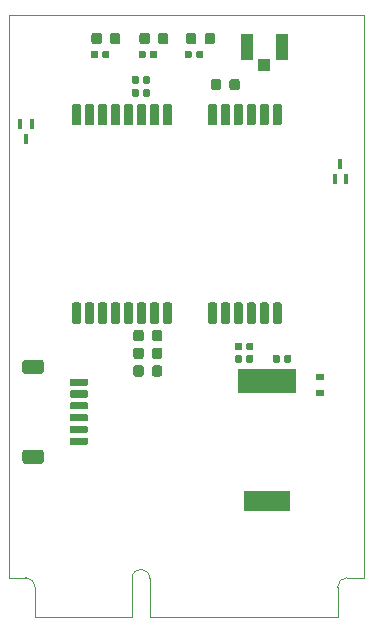
<source format=gbr>
G04 #@! TF.GenerationSoftware,KiCad,Pcbnew,5.1.5+dfsg1-2build2*
G04 #@! TF.CreationDate,2021-01-22T23:18:44+11:00*
G04 #@! TF.ProjectId,mPCIe-LEA-4L,6d504349-652d-44c4-9541-2d344c2e6b69,1*
G04 #@! TF.SameCoordinates,Original*
G04 #@! TF.FileFunction,Paste,Top*
G04 #@! TF.FilePolarity,Positive*
%FSLAX46Y46*%
G04 Gerber Fmt 4.6, Leading zero omitted, Abs format (unit mm)*
G04 Created by KiCad (PCBNEW 5.1.5+dfsg1-2build2) date 2021-01-22 23:18:44*
%MOMM*%
%LPD*%
G04 APERTURE LIST*
G04 #@! TA.AperFunction,Profile*
%ADD10C,0.050000*%
G04 #@! TD*
%ADD11C,0.350000*%
%ADD12R,0.350000X0.810000*%
%ADD13R,5.000000X2.000000*%
%ADD14R,4.000000X1.700000*%
%ADD15R,1.050000X2.200000*%
%ADD16R,1.000000X1.050000*%
%ADD17R,0.700000X0.600000*%
G04 APERTURE END LIST*
D10*
G04 #@! TO.C,PC1*
X136900000Y-125000000D02*
X136900000Y-121750000D01*
X127200000Y-125000000D02*
X127200000Y-122500000D01*
X125000000Y-121700000D02*
X126400000Y-121700000D01*
X152800000Y-125000000D02*
X152800000Y-122500000D01*
X153600000Y-121700000D02*
X155000000Y-121700000D01*
X135400000Y-125000000D02*
X127200000Y-125000000D01*
X125000000Y-74050000D02*
X155000000Y-74050000D01*
X155000000Y-121700000D02*
X155000000Y-74050000D01*
X125000000Y-121700000D02*
X125000000Y-74050000D01*
X136900000Y-125000000D02*
X152800000Y-125000000D01*
X135400000Y-125000000D02*
X135400000Y-121750000D01*
X153600000Y-121700000D02*
G75*
G03X152800000Y-122500000I0J-800000D01*
G01*
X126400000Y-121700000D02*
G75*
G02X127200000Y-122500000I0J-800000D01*
G01*
X135400000Y-121750000D02*
G75*
G02X136900000Y-121750000I750000J0D01*
G01*
G04 #@! TD*
D11*
G04 #@! TO.C,R6*
G36*
X142752691Y-79476053D02*
G01*
X142773926Y-79479203D01*
X142794750Y-79484419D01*
X142814962Y-79491651D01*
X142834368Y-79500830D01*
X142852781Y-79511866D01*
X142870024Y-79524654D01*
X142885930Y-79539070D01*
X142900346Y-79554976D01*
X142913134Y-79572219D01*
X142924170Y-79590632D01*
X142933349Y-79610038D01*
X142940581Y-79630250D01*
X142945797Y-79651074D01*
X142948947Y-79672309D01*
X142950000Y-79693750D01*
X142950000Y-80206250D01*
X142948947Y-80227691D01*
X142945797Y-80248926D01*
X142940581Y-80269750D01*
X142933349Y-80289962D01*
X142924170Y-80309368D01*
X142913134Y-80327781D01*
X142900346Y-80345024D01*
X142885930Y-80360930D01*
X142870024Y-80375346D01*
X142852781Y-80388134D01*
X142834368Y-80399170D01*
X142814962Y-80408349D01*
X142794750Y-80415581D01*
X142773926Y-80420797D01*
X142752691Y-80423947D01*
X142731250Y-80425000D01*
X142293750Y-80425000D01*
X142272309Y-80423947D01*
X142251074Y-80420797D01*
X142230250Y-80415581D01*
X142210038Y-80408349D01*
X142190632Y-80399170D01*
X142172219Y-80388134D01*
X142154976Y-80375346D01*
X142139070Y-80360930D01*
X142124654Y-80345024D01*
X142111866Y-80327781D01*
X142100830Y-80309368D01*
X142091651Y-80289962D01*
X142084419Y-80269750D01*
X142079203Y-80248926D01*
X142076053Y-80227691D01*
X142075000Y-80206250D01*
X142075000Y-79693750D01*
X142076053Y-79672309D01*
X142079203Y-79651074D01*
X142084419Y-79630250D01*
X142091651Y-79610038D01*
X142100830Y-79590632D01*
X142111866Y-79572219D01*
X142124654Y-79554976D01*
X142139070Y-79539070D01*
X142154976Y-79524654D01*
X142172219Y-79511866D01*
X142190632Y-79500830D01*
X142210038Y-79491651D01*
X142230250Y-79484419D01*
X142251074Y-79479203D01*
X142272309Y-79476053D01*
X142293750Y-79475000D01*
X142731250Y-79475000D01*
X142752691Y-79476053D01*
G37*
G36*
X144327691Y-79476053D02*
G01*
X144348926Y-79479203D01*
X144369750Y-79484419D01*
X144389962Y-79491651D01*
X144409368Y-79500830D01*
X144427781Y-79511866D01*
X144445024Y-79524654D01*
X144460930Y-79539070D01*
X144475346Y-79554976D01*
X144488134Y-79572219D01*
X144499170Y-79590632D01*
X144508349Y-79610038D01*
X144515581Y-79630250D01*
X144520797Y-79651074D01*
X144523947Y-79672309D01*
X144525000Y-79693750D01*
X144525000Y-80206250D01*
X144523947Y-80227691D01*
X144520797Y-80248926D01*
X144515581Y-80269750D01*
X144508349Y-80289962D01*
X144499170Y-80309368D01*
X144488134Y-80327781D01*
X144475346Y-80345024D01*
X144460930Y-80360930D01*
X144445024Y-80375346D01*
X144427781Y-80388134D01*
X144409368Y-80399170D01*
X144389962Y-80408349D01*
X144369750Y-80415581D01*
X144348926Y-80420797D01*
X144327691Y-80423947D01*
X144306250Y-80425000D01*
X143868750Y-80425000D01*
X143847309Y-80423947D01*
X143826074Y-80420797D01*
X143805250Y-80415581D01*
X143785038Y-80408349D01*
X143765632Y-80399170D01*
X143747219Y-80388134D01*
X143729976Y-80375346D01*
X143714070Y-80360930D01*
X143699654Y-80345024D01*
X143686866Y-80327781D01*
X143675830Y-80309368D01*
X143666651Y-80289962D01*
X143659419Y-80269750D01*
X143654203Y-80248926D01*
X143651053Y-80227691D01*
X143650000Y-80206250D01*
X143650000Y-79693750D01*
X143651053Y-79672309D01*
X143654203Y-79651074D01*
X143659419Y-79630250D01*
X143666651Y-79610038D01*
X143675830Y-79590632D01*
X143686866Y-79572219D01*
X143699654Y-79554976D01*
X143714070Y-79539070D01*
X143729976Y-79524654D01*
X143747219Y-79511866D01*
X143765632Y-79500830D01*
X143785038Y-79491651D01*
X143805250Y-79484419D01*
X143826074Y-79479203D01*
X143847309Y-79476053D01*
X143868750Y-79475000D01*
X144306250Y-79475000D01*
X144327691Y-79476053D01*
G37*
G04 #@! TD*
G04 #@! TO.C,C3*
G36*
X136190191Y-100726053D02*
G01*
X136211426Y-100729203D01*
X136232250Y-100734419D01*
X136252462Y-100741651D01*
X136271868Y-100750830D01*
X136290281Y-100761866D01*
X136307524Y-100774654D01*
X136323430Y-100789070D01*
X136337846Y-100804976D01*
X136350634Y-100822219D01*
X136361670Y-100840632D01*
X136370849Y-100860038D01*
X136378081Y-100880250D01*
X136383297Y-100901074D01*
X136386447Y-100922309D01*
X136387500Y-100943750D01*
X136387500Y-101456250D01*
X136386447Y-101477691D01*
X136383297Y-101498926D01*
X136378081Y-101519750D01*
X136370849Y-101539962D01*
X136361670Y-101559368D01*
X136350634Y-101577781D01*
X136337846Y-101595024D01*
X136323430Y-101610930D01*
X136307524Y-101625346D01*
X136290281Y-101638134D01*
X136271868Y-101649170D01*
X136252462Y-101658349D01*
X136232250Y-101665581D01*
X136211426Y-101670797D01*
X136190191Y-101673947D01*
X136168750Y-101675000D01*
X135731250Y-101675000D01*
X135709809Y-101673947D01*
X135688574Y-101670797D01*
X135667750Y-101665581D01*
X135647538Y-101658349D01*
X135628132Y-101649170D01*
X135609719Y-101638134D01*
X135592476Y-101625346D01*
X135576570Y-101610930D01*
X135562154Y-101595024D01*
X135549366Y-101577781D01*
X135538330Y-101559368D01*
X135529151Y-101539962D01*
X135521919Y-101519750D01*
X135516703Y-101498926D01*
X135513553Y-101477691D01*
X135512500Y-101456250D01*
X135512500Y-100943750D01*
X135513553Y-100922309D01*
X135516703Y-100901074D01*
X135521919Y-100880250D01*
X135529151Y-100860038D01*
X135538330Y-100840632D01*
X135549366Y-100822219D01*
X135562154Y-100804976D01*
X135576570Y-100789070D01*
X135592476Y-100774654D01*
X135609719Y-100761866D01*
X135628132Y-100750830D01*
X135647538Y-100741651D01*
X135667750Y-100734419D01*
X135688574Y-100729203D01*
X135709809Y-100726053D01*
X135731250Y-100725000D01*
X136168750Y-100725000D01*
X136190191Y-100726053D01*
G37*
G36*
X137765191Y-100726053D02*
G01*
X137786426Y-100729203D01*
X137807250Y-100734419D01*
X137827462Y-100741651D01*
X137846868Y-100750830D01*
X137865281Y-100761866D01*
X137882524Y-100774654D01*
X137898430Y-100789070D01*
X137912846Y-100804976D01*
X137925634Y-100822219D01*
X137936670Y-100840632D01*
X137945849Y-100860038D01*
X137953081Y-100880250D01*
X137958297Y-100901074D01*
X137961447Y-100922309D01*
X137962500Y-100943750D01*
X137962500Y-101456250D01*
X137961447Y-101477691D01*
X137958297Y-101498926D01*
X137953081Y-101519750D01*
X137945849Y-101539962D01*
X137936670Y-101559368D01*
X137925634Y-101577781D01*
X137912846Y-101595024D01*
X137898430Y-101610930D01*
X137882524Y-101625346D01*
X137865281Y-101638134D01*
X137846868Y-101649170D01*
X137827462Y-101658349D01*
X137807250Y-101665581D01*
X137786426Y-101670797D01*
X137765191Y-101673947D01*
X137743750Y-101675000D01*
X137306250Y-101675000D01*
X137284809Y-101673947D01*
X137263574Y-101670797D01*
X137242750Y-101665581D01*
X137222538Y-101658349D01*
X137203132Y-101649170D01*
X137184719Y-101638134D01*
X137167476Y-101625346D01*
X137151570Y-101610930D01*
X137137154Y-101595024D01*
X137124366Y-101577781D01*
X137113330Y-101559368D01*
X137104151Y-101539962D01*
X137096919Y-101519750D01*
X137091703Y-101498926D01*
X137088553Y-101477691D01*
X137087500Y-101456250D01*
X137087500Y-100943750D01*
X137088553Y-100922309D01*
X137091703Y-100901074D01*
X137096919Y-100880250D01*
X137104151Y-100860038D01*
X137113330Y-100840632D01*
X137124366Y-100822219D01*
X137137154Y-100804976D01*
X137151570Y-100789070D01*
X137167476Y-100774654D01*
X137184719Y-100761866D01*
X137203132Y-100750830D01*
X137222538Y-100741651D01*
X137242750Y-100734419D01*
X137263574Y-100729203D01*
X137284809Y-100726053D01*
X137306250Y-100725000D01*
X137743750Y-100725000D01*
X137765191Y-100726053D01*
G37*
G04 #@! TD*
G04 #@! TO.C,U1*
G36*
X130919603Y-98400963D02*
G01*
X130939018Y-98403843D01*
X130958057Y-98408612D01*
X130976537Y-98415224D01*
X130994279Y-98423616D01*
X131011114Y-98433706D01*
X131026879Y-98445398D01*
X131041421Y-98458579D01*
X131054602Y-98473121D01*
X131066294Y-98488886D01*
X131076384Y-98505721D01*
X131084776Y-98523463D01*
X131091388Y-98541943D01*
X131096157Y-98560982D01*
X131099037Y-98580397D01*
X131100000Y-98600000D01*
X131100000Y-100000000D01*
X131099037Y-100019603D01*
X131096157Y-100039018D01*
X131091388Y-100058057D01*
X131084776Y-100076537D01*
X131076384Y-100094279D01*
X131066294Y-100111114D01*
X131054602Y-100126879D01*
X131041421Y-100141421D01*
X131026879Y-100154602D01*
X131011114Y-100166294D01*
X130994279Y-100176384D01*
X130976537Y-100184776D01*
X130958057Y-100191388D01*
X130939018Y-100196157D01*
X130919603Y-100199037D01*
X130900000Y-100200000D01*
X130500000Y-100200000D01*
X130480397Y-100199037D01*
X130460982Y-100196157D01*
X130441943Y-100191388D01*
X130423463Y-100184776D01*
X130405721Y-100176384D01*
X130388886Y-100166294D01*
X130373121Y-100154602D01*
X130358579Y-100141421D01*
X130345398Y-100126879D01*
X130333706Y-100111114D01*
X130323616Y-100094279D01*
X130315224Y-100076537D01*
X130308612Y-100058057D01*
X130303843Y-100039018D01*
X130300963Y-100019603D01*
X130300000Y-100000000D01*
X130300000Y-98600000D01*
X130300963Y-98580397D01*
X130303843Y-98560982D01*
X130308612Y-98541943D01*
X130315224Y-98523463D01*
X130323616Y-98505721D01*
X130333706Y-98488886D01*
X130345398Y-98473121D01*
X130358579Y-98458579D01*
X130373121Y-98445398D01*
X130388886Y-98433706D01*
X130405721Y-98423616D01*
X130423463Y-98415224D01*
X130441943Y-98408612D01*
X130460982Y-98403843D01*
X130480397Y-98400963D01*
X130500000Y-98400000D01*
X130900000Y-98400000D01*
X130919603Y-98400963D01*
G37*
G36*
X132019603Y-98400963D02*
G01*
X132039018Y-98403843D01*
X132058057Y-98408612D01*
X132076537Y-98415224D01*
X132094279Y-98423616D01*
X132111114Y-98433706D01*
X132126879Y-98445398D01*
X132141421Y-98458579D01*
X132154602Y-98473121D01*
X132166294Y-98488886D01*
X132176384Y-98505721D01*
X132184776Y-98523463D01*
X132191388Y-98541943D01*
X132196157Y-98560982D01*
X132199037Y-98580397D01*
X132200000Y-98600000D01*
X132200000Y-100000000D01*
X132199037Y-100019603D01*
X132196157Y-100039018D01*
X132191388Y-100058057D01*
X132184776Y-100076537D01*
X132176384Y-100094279D01*
X132166294Y-100111114D01*
X132154602Y-100126879D01*
X132141421Y-100141421D01*
X132126879Y-100154602D01*
X132111114Y-100166294D01*
X132094279Y-100176384D01*
X132076537Y-100184776D01*
X132058057Y-100191388D01*
X132039018Y-100196157D01*
X132019603Y-100199037D01*
X132000000Y-100200000D01*
X131600000Y-100200000D01*
X131580397Y-100199037D01*
X131560982Y-100196157D01*
X131541943Y-100191388D01*
X131523463Y-100184776D01*
X131505721Y-100176384D01*
X131488886Y-100166294D01*
X131473121Y-100154602D01*
X131458579Y-100141421D01*
X131445398Y-100126879D01*
X131433706Y-100111114D01*
X131423616Y-100094279D01*
X131415224Y-100076537D01*
X131408612Y-100058057D01*
X131403843Y-100039018D01*
X131400963Y-100019603D01*
X131400000Y-100000000D01*
X131400000Y-98600000D01*
X131400963Y-98580397D01*
X131403843Y-98560982D01*
X131408612Y-98541943D01*
X131415224Y-98523463D01*
X131423616Y-98505721D01*
X131433706Y-98488886D01*
X131445398Y-98473121D01*
X131458579Y-98458579D01*
X131473121Y-98445398D01*
X131488886Y-98433706D01*
X131505721Y-98423616D01*
X131523463Y-98415224D01*
X131541943Y-98408612D01*
X131560982Y-98403843D01*
X131580397Y-98400963D01*
X131600000Y-98400000D01*
X132000000Y-98400000D01*
X132019603Y-98400963D01*
G37*
G36*
X133119603Y-98400963D02*
G01*
X133139018Y-98403843D01*
X133158057Y-98408612D01*
X133176537Y-98415224D01*
X133194279Y-98423616D01*
X133211114Y-98433706D01*
X133226879Y-98445398D01*
X133241421Y-98458579D01*
X133254602Y-98473121D01*
X133266294Y-98488886D01*
X133276384Y-98505721D01*
X133284776Y-98523463D01*
X133291388Y-98541943D01*
X133296157Y-98560982D01*
X133299037Y-98580397D01*
X133300000Y-98600000D01*
X133300000Y-100000000D01*
X133299037Y-100019603D01*
X133296157Y-100039018D01*
X133291388Y-100058057D01*
X133284776Y-100076537D01*
X133276384Y-100094279D01*
X133266294Y-100111114D01*
X133254602Y-100126879D01*
X133241421Y-100141421D01*
X133226879Y-100154602D01*
X133211114Y-100166294D01*
X133194279Y-100176384D01*
X133176537Y-100184776D01*
X133158057Y-100191388D01*
X133139018Y-100196157D01*
X133119603Y-100199037D01*
X133100000Y-100200000D01*
X132700000Y-100200000D01*
X132680397Y-100199037D01*
X132660982Y-100196157D01*
X132641943Y-100191388D01*
X132623463Y-100184776D01*
X132605721Y-100176384D01*
X132588886Y-100166294D01*
X132573121Y-100154602D01*
X132558579Y-100141421D01*
X132545398Y-100126879D01*
X132533706Y-100111114D01*
X132523616Y-100094279D01*
X132515224Y-100076537D01*
X132508612Y-100058057D01*
X132503843Y-100039018D01*
X132500963Y-100019603D01*
X132500000Y-100000000D01*
X132500000Y-98600000D01*
X132500963Y-98580397D01*
X132503843Y-98560982D01*
X132508612Y-98541943D01*
X132515224Y-98523463D01*
X132523616Y-98505721D01*
X132533706Y-98488886D01*
X132545398Y-98473121D01*
X132558579Y-98458579D01*
X132573121Y-98445398D01*
X132588886Y-98433706D01*
X132605721Y-98423616D01*
X132623463Y-98415224D01*
X132641943Y-98408612D01*
X132660982Y-98403843D01*
X132680397Y-98400963D01*
X132700000Y-98400000D01*
X133100000Y-98400000D01*
X133119603Y-98400963D01*
G37*
G36*
X134219603Y-98400963D02*
G01*
X134239018Y-98403843D01*
X134258057Y-98408612D01*
X134276537Y-98415224D01*
X134294279Y-98423616D01*
X134311114Y-98433706D01*
X134326879Y-98445398D01*
X134341421Y-98458579D01*
X134354602Y-98473121D01*
X134366294Y-98488886D01*
X134376384Y-98505721D01*
X134384776Y-98523463D01*
X134391388Y-98541943D01*
X134396157Y-98560982D01*
X134399037Y-98580397D01*
X134400000Y-98600000D01*
X134400000Y-100000000D01*
X134399037Y-100019603D01*
X134396157Y-100039018D01*
X134391388Y-100058057D01*
X134384776Y-100076537D01*
X134376384Y-100094279D01*
X134366294Y-100111114D01*
X134354602Y-100126879D01*
X134341421Y-100141421D01*
X134326879Y-100154602D01*
X134311114Y-100166294D01*
X134294279Y-100176384D01*
X134276537Y-100184776D01*
X134258057Y-100191388D01*
X134239018Y-100196157D01*
X134219603Y-100199037D01*
X134200000Y-100200000D01*
X133800000Y-100200000D01*
X133780397Y-100199037D01*
X133760982Y-100196157D01*
X133741943Y-100191388D01*
X133723463Y-100184776D01*
X133705721Y-100176384D01*
X133688886Y-100166294D01*
X133673121Y-100154602D01*
X133658579Y-100141421D01*
X133645398Y-100126879D01*
X133633706Y-100111114D01*
X133623616Y-100094279D01*
X133615224Y-100076537D01*
X133608612Y-100058057D01*
X133603843Y-100039018D01*
X133600963Y-100019603D01*
X133600000Y-100000000D01*
X133600000Y-98600000D01*
X133600963Y-98580397D01*
X133603843Y-98560982D01*
X133608612Y-98541943D01*
X133615224Y-98523463D01*
X133623616Y-98505721D01*
X133633706Y-98488886D01*
X133645398Y-98473121D01*
X133658579Y-98458579D01*
X133673121Y-98445398D01*
X133688886Y-98433706D01*
X133705721Y-98423616D01*
X133723463Y-98415224D01*
X133741943Y-98408612D01*
X133760982Y-98403843D01*
X133780397Y-98400963D01*
X133800000Y-98400000D01*
X134200000Y-98400000D01*
X134219603Y-98400963D01*
G37*
G36*
X135319603Y-98400963D02*
G01*
X135339018Y-98403843D01*
X135358057Y-98408612D01*
X135376537Y-98415224D01*
X135394279Y-98423616D01*
X135411114Y-98433706D01*
X135426879Y-98445398D01*
X135441421Y-98458579D01*
X135454602Y-98473121D01*
X135466294Y-98488886D01*
X135476384Y-98505721D01*
X135484776Y-98523463D01*
X135491388Y-98541943D01*
X135496157Y-98560982D01*
X135499037Y-98580397D01*
X135500000Y-98600000D01*
X135500000Y-100000000D01*
X135499037Y-100019603D01*
X135496157Y-100039018D01*
X135491388Y-100058057D01*
X135484776Y-100076537D01*
X135476384Y-100094279D01*
X135466294Y-100111114D01*
X135454602Y-100126879D01*
X135441421Y-100141421D01*
X135426879Y-100154602D01*
X135411114Y-100166294D01*
X135394279Y-100176384D01*
X135376537Y-100184776D01*
X135358057Y-100191388D01*
X135339018Y-100196157D01*
X135319603Y-100199037D01*
X135300000Y-100200000D01*
X134900000Y-100200000D01*
X134880397Y-100199037D01*
X134860982Y-100196157D01*
X134841943Y-100191388D01*
X134823463Y-100184776D01*
X134805721Y-100176384D01*
X134788886Y-100166294D01*
X134773121Y-100154602D01*
X134758579Y-100141421D01*
X134745398Y-100126879D01*
X134733706Y-100111114D01*
X134723616Y-100094279D01*
X134715224Y-100076537D01*
X134708612Y-100058057D01*
X134703843Y-100039018D01*
X134700963Y-100019603D01*
X134700000Y-100000000D01*
X134700000Y-98600000D01*
X134700963Y-98580397D01*
X134703843Y-98560982D01*
X134708612Y-98541943D01*
X134715224Y-98523463D01*
X134723616Y-98505721D01*
X134733706Y-98488886D01*
X134745398Y-98473121D01*
X134758579Y-98458579D01*
X134773121Y-98445398D01*
X134788886Y-98433706D01*
X134805721Y-98423616D01*
X134823463Y-98415224D01*
X134841943Y-98408612D01*
X134860982Y-98403843D01*
X134880397Y-98400963D01*
X134900000Y-98400000D01*
X135300000Y-98400000D01*
X135319603Y-98400963D01*
G37*
G36*
X136419603Y-98400963D02*
G01*
X136439018Y-98403843D01*
X136458057Y-98408612D01*
X136476537Y-98415224D01*
X136494279Y-98423616D01*
X136511114Y-98433706D01*
X136526879Y-98445398D01*
X136541421Y-98458579D01*
X136554602Y-98473121D01*
X136566294Y-98488886D01*
X136576384Y-98505721D01*
X136584776Y-98523463D01*
X136591388Y-98541943D01*
X136596157Y-98560982D01*
X136599037Y-98580397D01*
X136600000Y-98600000D01*
X136600000Y-100000000D01*
X136599037Y-100019603D01*
X136596157Y-100039018D01*
X136591388Y-100058057D01*
X136584776Y-100076537D01*
X136576384Y-100094279D01*
X136566294Y-100111114D01*
X136554602Y-100126879D01*
X136541421Y-100141421D01*
X136526879Y-100154602D01*
X136511114Y-100166294D01*
X136494279Y-100176384D01*
X136476537Y-100184776D01*
X136458057Y-100191388D01*
X136439018Y-100196157D01*
X136419603Y-100199037D01*
X136400000Y-100200000D01*
X136000000Y-100200000D01*
X135980397Y-100199037D01*
X135960982Y-100196157D01*
X135941943Y-100191388D01*
X135923463Y-100184776D01*
X135905721Y-100176384D01*
X135888886Y-100166294D01*
X135873121Y-100154602D01*
X135858579Y-100141421D01*
X135845398Y-100126879D01*
X135833706Y-100111114D01*
X135823616Y-100094279D01*
X135815224Y-100076537D01*
X135808612Y-100058057D01*
X135803843Y-100039018D01*
X135800963Y-100019603D01*
X135800000Y-100000000D01*
X135800000Y-98600000D01*
X135800963Y-98580397D01*
X135803843Y-98560982D01*
X135808612Y-98541943D01*
X135815224Y-98523463D01*
X135823616Y-98505721D01*
X135833706Y-98488886D01*
X135845398Y-98473121D01*
X135858579Y-98458579D01*
X135873121Y-98445398D01*
X135888886Y-98433706D01*
X135905721Y-98423616D01*
X135923463Y-98415224D01*
X135941943Y-98408612D01*
X135960982Y-98403843D01*
X135980397Y-98400963D01*
X136000000Y-98400000D01*
X136400000Y-98400000D01*
X136419603Y-98400963D01*
G37*
G36*
X137519603Y-98400963D02*
G01*
X137539018Y-98403843D01*
X137558057Y-98408612D01*
X137576537Y-98415224D01*
X137594279Y-98423616D01*
X137611114Y-98433706D01*
X137626879Y-98445398D01*
X137641421Y-98458579D01*
X137654602Y-98473121D01*
X137666294Y-98488886D01*
X137676384Y-98505721D01*
X137684776Y-98523463D01*
X137691388Y-98541943D01*
X137696157Y-98560982D01*
X137699037Y-98580397D01*
X137700000Y-98600000D01*
X137700000Y-100000000D01*
X137699037Y-100019603D01*
X137696157Y-100039018D01*
X137691388Y-100058057D01*
X137684776Y-100076537D01*
X137676384Y-100094279D01*
X137666294Y-100111114D01*
X137654602Y-100126879D01*
X137641421Y-100141421D01*
X137626879Y-100154602D01*
X137611114Y-100166294D01*
X137594279Y-100176384D01*
X137576537Y-100184776D01*
X137558057Y-100191388D01*
X137539018Y-100196157D01*
X137519603Y-100199037D01*
X137500000Y-100200000D01*
X137100000Y-100200000D01*
X137080397Y-100199037D01*
X137060982Y-100196157D01*
X137041943Y-100191388D01*
X137023463Y-100184776D01*
X137005721Y-100176384D01*
X136988886Y-100166294D01*
X136973121Y-100154602D01*
X136958579Y-100141421D01*
X136945398Y-100126879D01*
X136933706Y-100111114D01*
X136923616Y-100094279D01*
X136915224Y-100076537D01*
X136908612Y-100058057D01*
X136903843Y-100039018D01*
X136900963Y-100019603D01*
X136900000Y-100000000D01*
X136900000Y-98600000D01*
X136900963Y-98580397D01*
X136903843Y-98560982D01*
X136908612Y-98541943D01*
X136915224Y-98523463D01*
X136923616Y-98505721D01*
X136933706Y-98488886D01*
X136945398Y-98473121D01*
X136958579Y-98458579D01*
X136973121Y-98445398D01*
X136988886Y-98433706D01*
X137005721Y-98423616D01*
X137023463Y-98415224D01*
X137041943Y-98408612D01*
X137060982Y-98403843D01*
X137080397Y-98400963D01*
X137100000Y-98400000D01*
X137500000Y-98400000D01*
X137519603Y-98400963D01*
G37*
G36*
X138619603Y-98400963D02*
G01*
X138639018Y-98403843D01*
X138658057Y-98408612D01*
X138676537Y-98415224D01*
X138694279Y-98423616D01*
X138711114Y-98433706D01*
X138726879Y-98445398D01*
X138741421Y-98458579D01*
X138754602Y-98473121D01*
X138766294Y-98488886D01*
X138776384Y-98505721D01*
X138784776Y-98523463D01*
X138791388Y-98541943D01*
X138796157Y-98560982D01*
X138799037Y-98580397D01*
X138800000Y-98600000D01*
X138800000Y-100000000D01*
X138799037Y-100019603D01*
X138796157Y-100039018D01*
X138791388Y-100058057D01*
X138784776Y-100076537D01*
X138776384Y-100094279D01*
X138766294Y-100111114D01*
X138754602Y-100126879D01*
X138741421Y-100141421D01*
X138726879Y-100154602D01*
X138711114Y-100166294D01*
X138694279Y-100176384D01*
X138676537Y-100184776D01*
X138658057Y-100191388D01*
X138639018Y-100196157D01*
X138619603Y-100199037D01*
X138600000Y-100200000D01*
X138200000Y-100200000D01*
X138180397Y-100199037D01*
X138160982Y-100196157D01*
X138141943Y-100191388D01*
X138123463Y-100184776D01*
X138105721Y-100176384D01*
X138088886Y-100166294D01*
X138073121Y-100154602D01*
X138058579Y-100141421D01*
X138045398Y-100126879D01*
X138033706Y-100111114D01*
X138023616Y-100094279D01*
X138015224Y-100076537D01*
X138008612Y-100058057D01*
X138003843Y-100039018D01*
X138000963Y-100019603D01*
X138000000Y-100000000D01*
X138000000Y-98600000D01*
X138000963Y-98580397D01*
X138003843Y-98560982D01*
X138008612Y-98541943D01*
X138015224Y-98523463D01*
X138023616Y-98505721D01*
X138033706Y-98488886D01*
X138045398Y-98473121D01*
X138058579Y-98458579D01*
X138073121Y-98445398D01*
X138088886Y-98433706D01*
X138105721Y-98423616D01*
X138123463Y-98415224D01*
X138141943Y-98408612D01*
X138160982Y-98403843D01*
X138180397Y-98400963D01*
X138200000Y-98400000D01*
X138600000Y-98400000D01*
X138619603Y-98400963D01*
G37*
G36*
X142419603Y-98400963D02*
G01*
X142439018Y-98403843D01*
X142458057Y-98408612D01*
X142476537Y-98415224D01*
X142494279Y-98423616D01*
X142511114Y-98433706D01*
X142526879Y-98445398D01*
X142541421Y-98458579D01*
X142554602Y-98473121D01*
X142566294Y-98488886D01*
X142576384Y-98505721D01*
X142584776Y-98523463D01*
X142591388Y-98541943D01*
X142596157Y-98560982D01*
X142599037Y-98580397D01*
X142600000Y-98600000D01*
X142600000Y-100000000D01*
X142599037Y-100019603D01*
X142596157Y-100039018D01*
X142591388Y-100058057D01*
X142584776Y-100076537D01*
X142576384Y-100094279D01*
X142566294Y-100111114D01*
X142554602Y-100126879D01*
X142541421Y-100141421D01*
X142526879Y-100154602D01*
X142511114Y-100166294D01*
X142494279Y-100176384D01*
X142476537Y-100184776D01*
X142458057Y-100191388D01*
X142439018Y-100196157D01*
X142419603Y-100199037D01*
X142400000Y-100200000D01*
X142000000Y-100200000D01*
X141980397Y-100199037D01*
X141960982Y-100196157D01*
X141941943Y-100191388D01*
X141923463Y-100184776D01*
X141905721Y-100176384D01*
X141888886Y-100166294D01*
X141873121Y-100154602D01*
X141858579Y-100141421D01*
X141845398Y-100126879D01*
X141833706Y-100111114D01*
X141823616Y-100094279D01*
X141815224Y-100076537D01*
X141808612Y-100058057D01*
X141803843Y-100039018D01*
X141800963Y-100019603D01*
X141800000Y-100000000D01*
X141800000Y-98600000D01*
X141800963Y-98580397D01*
X141803843Y-98560982D01*
X141808612Y-98541943D01*
X141815224Y-98523463D01*
X141823616Y-98505721D01*
X141833706Y-98488886D01*
X141845398Y-98473121D01*
X141858579Y-98458579D01*
X141873121Y-98445398D01*
X141888886Y-98433706D01*
X141905721Y-98423616D01*
X141923463Y-98415224D01*
X141941943Y-98408612D01*
X141960982Y-98403843D01*
X141980397Y-98400963D01*
X142000000Y-98400000D01*
X142400000Y-98400000D01*
X142419603Y-98400963D01*
G37*
G36*
X143519603Y-98400963D02*
G01*
X143539018Y-98403843D01*
X143558057Y-98408612D01*
X143576537Y-98415224D01*
X143594279Y-98423616D01*
X143611114Y-98433706D01*
X143626879Y-98445398D01*
X143641421Y-98458579D01*
X143654602Y-98473121D01*
X143666294Y-98488886D01*
X143676384Y-98505721D01*
X143684776Y-98523463D01*
X143691388Y-98541943D01*
X143696157Y-98560982D01*
X143699037Y-98580397D01*
X143700000Y-98600000D01*
X143700000Y-100000000D01*
X143699037Y-100019603D01*
X143696157Y-100039018D01*
X143691388Y-100058057D01*
X143684776Y-100076537D01*
X143676384Y-100094279D01*
X143666294Y-100111114D01*
X143654602Y-100126879D01*
X143641421Y-100141421D01*
X143626879Y-100154602D01*
X143611114Y-100166294D01*
X143594279Y-100176384D01*
X143576537Y-100184776D01*
X143558057Y-100191388D01*
X143539018Y-100196157D01*
X143519603Y-100199037D01*
X143500000Y-100200000D01*
X143100000Y-100200000D01*
X143080397Y-100199037D01*
X143060982Y-100196157D01*
X143041943Y-100191388D01*
X143023463Y-100184776D01*
X143005721Y-100176384D01*
X142988886Y-100166294D01*
X142973121Y-100154602D01*
X142958579Y-100141421D01*
X142945398Y-100126879D01*
X142933706Y-100111114D01*
X142923616Y-100094279D01*
X142915224Y-100076537D01*
X142908612Y-100058057D01*
X142903843Y-100039018D01*
X142900963Y-100019603D01*
X142900000Y-100000000D01*
X142900000Y-98600000D01*
X142900963Y-98580397D01*
X142903843Y-98560982D01*
X142908612Y-98541943D01*
X142915224Y-98523463D01*
X142923616Y-98505721D01*
X142933706Y-98488886D01*
X142945398Y-98473121D01*
X142958579Y-98458579D01*
X142973121Y-98445398D01*
X142988886Y-98433706D01*
X143005721Y-98423616D01*
X143023463Y-98415224D01*
X143041943Y-98408612D01*
X143060982Y-98403843D01*
X143080397Y-98400963D01*
X143100000Y-98400000D01*
X143500000Y-98400000D01*
X143519603Y-98400963D01*
G37*
G36*
X144619603Y-98400963D02*
G01*
X144639018Y-98403843D01*
X144658057Y-98408612D01*
X144676537Y-98415224D01*
X144694279Y-98423616D01*
X144711114Y-98433706D01*
X144726879Y-98445398D01*
X144741421Y-98458579D01*
X144754602Y-98473121D01*
X144766294Y-98488886D01*
X144776384Y-98505721D01*
X144784776Y-98523463D01*
X144791388Y-98541943D01*
X144796157Y-98560982D01*
X144799037Y-98580397D01*
X144800000Y-98600000D01*
X144800000Y-100000000D01*
X144799037Y-100019603D01*
X144796157Y-100039018D01*
X144791388Y-100058057D01*
X144784776Y-100076537D01*
X144776384Y-100094279D01*
X144766294Y-100111114D01*
X144754602Y-100126879D01*
X144741421Y-100141421D01*
X144726879Y-100154602D01*
X144711114Y-100166294D01*
X144694279Y-100176384D01*
X144676537Y-100184776D01*
X144658057Y-100191388D01*
X144639018Y-100196157D01*
X144619603Y-100199037D01*
X144600000Y-100200000D01*
X144200000Y-100200000D01*
X144180397Y-100199037D01*
X144160982Y-100196157D01*
X144141943Y-100191388D01*
X144123463Y-100184776D01*
X144105721Y-100176384D01*
X144088886Y-100166294D01*
X144073121Y-100154602D01*
X144058579Y-100141421D01*
X144045398Y-100126879D01*
X144033706Y-100111114D01*
X144023616Y-100094279D01*
X144015224Y-100076537D01*
X144008612Y-100058057D01*
X144003843Y-100039018D01*
X144000963Y-100019603D01*
X144000000Y-100000000D01*
X144000000Y-98600000D01*
X144000963Y-98580397D01*
X144003843Y-98560982D01*
X144008612Y-98541943D01*
X144015224Y-98523463D01*
X144023616Y-98505721D01*
X144033706Y-98488886D01*
X144045398Y-98473121D01*
X144058579Y-98458579D01*
X144073121Y-98445398D01*
X144088886Y-98433706D01*
X144105721Y-98423616D01*
X144123463Y-98415224D01*
X144141943Y-98408612D01*
X144160982Y-98403843D01*
X144180397Y-98400963D01*
X144200000Y-98400000D01*
X144600000Y-98400000D01*
X144619603Y-98400963D01*
G37*
G36*
X145719603Y-98400963D02*
G01*
X145739018Y-98403843D01*
X145758057Y-98408612D01*
X145776537Y-98415224D01*
X145794279Y-98423616D01*
X145811114Y-98433706D01*
X145826879Y-98445398D01*
X145841421Y-98458579D01*
X145854602Y-98473121D01*
X145866294Y-98488886D01*
X145876384Y-98505721D01*
X145884776Y-98523463D01*
X145891388Y-98541943D01*
X145896157Y-98560982D01*
X145899037Y-98580397D01*
X145900000Y-98600000D01*
X145900000Y-100000000D01*
X145899037Y-100019603D01*
X145896157Y-100039018D01*
X145891388Y-100058057D01*
X145884776Y-100076537D01*
X145876384Y-100094279D01*
X145866294Y-100111114D01*
X145854602Y-100126879D01*
X145841421Y-100141421D01*
X145826879Y-100154602D01*
X145811114Y-100166294D01*
X145794279Y-100176384D01*
X145776537Y-100184776D01*
X145758057Y-100191388D01*
X145739018Y-100196157D01*
X145719603Y-100199037D01*
X145700000Y-100200000D01*
X145300000Y-100200000D01*
X145280397Y-100199037D01*
X145260982Y-100196157D01*
X145241943Y-100191388D01*
X145223463Y-100184776D01*
X145205721Y-100176384D01*
X145188886Y-100166294D01*
X145173121Y-100154602D01*
X145158579Y-100141421D01*
X145145398Y-100126879D01*
X145133706Y-100111114D01*
X145123616Y-100094279D01*
X145115224Y-100076537D01*
X145108612Y-100058057D01*
X145103843Y-100039018D01*
X145100963Y-100019603D01*
X145100000Y-100000000D01*
X145100000Y-98600000D01*
X145100963Y-98580397D01*
X145103843Y-98560982D01*
X145108612Y-98541943D01*
X145115224Y-98523463D01*
X145123616Y-98505721D01*
X145133706Y-98488886D01*
X145145398Y-98473121D01*
X145158579Y-98458579D01*
X145173121Y-98445398D01*
X145188886Y-98433706D01*
X145205721Y-98423616D01*
X145223463Y-98415224D01*
X145241943Y-98408612D01*
X145260982Y-98403843D01*
X145280397Y-98400963D01*
X145300000Y-98400000D01*
X145700000Y-98400000D01*
X145719603Y-98400963D01*
G37*
G36*
X146819603Y-98400963D02*
G01*
X146839018Y-98403843D01*
X146858057Y-98408612D01*
X146876537Y-98415224D01*
X146894279Y-98423616D01*
X146911114Y-98433706D01*
X146926879Y-98445398D01*
X146941421Y-98458579D01*
X146954602Y-98473121D01*
X146966294Y-98488886D01*
X146976384Y-98505721D01*
X146984776Y-98523463D01*
X146991388Y-98541943D01*
X146996157Y-98560982D01*
X146999037Y-98580397D01*
X147000000Y-98600000D01*
X147000000Y-100000000D01*
X146999037Y-100019603D01*
X146996157Y-100039018D01*
X146991388Y-100058057D01*
X146984776Y-100076537D01*
X146976384Y-100094279D01*
X146966294Y-100111114D01*
X146954602Y-100126879D01*
X146941421Y-100141421D01*
X146926879Y-100154602D01*
X146911114Y-100166294D01*
X146894279Y-100176384D01*
X146876537Y-100184776D01*
X146858057Y-100191388D01*
X146839018Y-100196157D01*
X146819603Y-100199037D01*
X146800000Y-100200000D01*
X146400000Y-100200000D01*
X146380397Y-100199037D01*
X146360982Y-100196157D01*
X146341943Y-100191388D01*
X146323463Y-100184776D01*
X146305721Y-100176384D01*
X146288886Y-100166294D01*
X146273121Y-100154602D01*
X146258579Y-100141421D01*
X146245398Y-100126879D01*
X146233706Y-100111114D01*
X146223616Y-100094279D01*
X146215224Y-100076537D01*
X146208612Y-100058057D01*
X146203843Y-100039018D01*
X146200963Y-100019603D01*
X146200000Y-100000000D01*
X146200000Y-98600000D01*
X146200963Y-98580397D01*
X146203843Y-98560982D01*
X146208612Y-98541943D01*
X146215224Y-98523463D01*
X146223616Y-98505721D01*
X146233706Y-98488886D01*
X146245398Y-98473121D01*
X146258579Y-98458579D01*
X146273121Y-98445398D01*
X146288886Y-98433706D01*
X146305721Y-98423616D01*
X146323463Y-98415224D01*
X146341943Y-98408612D01*
X146360982Y-98403843D01*
X146380397Y-98400963D01*
X146400000Y-98400000D01*
X146800000Y-98400000D01*
X146819603Y-98400963D01*
G37*
G36*
X147919603Y-98400963D02*
G01*
X147939018Y-98403843D01*
X147958057Y-98408612D01*
X147976537Y-98415224D01*
X147994279Y-98423616D01*
X148011114Y-98433706D01*
X148026879Y-98445398D01*
X148041421Y-98458579D01*
X148054602Y-98473121D01*
X148066294Y-98488886D01*
X148076384Y-98505721D01*
X148084776Y-98523463D01*
X148091388Y-98541943D01*
X148096157Y-98560982D01*
X148099037Y-98580397D01*
X148100000Y-98600000D01*
X148100000Y-100000000D01*
X148099037Y-100019603D01*
X148096157Y-100039018D01*
X148091388Y-100058057D01*
X148084776Y-100076537D01*
X148076384Y-100094279D01*
X148066294Y-100111114D01*
X148054602Y-100126879D01*
X148041421Y-100141421D01*
X148026879Y-100154602D01*
X148011114Y-100166294D01*
X147994279Y-100176384D01*
X147976537Y-100184776D01*
X147958057Y-100191388D01*
X147939018Y-100196157D01*
X147919603Y-100199037D01*
X147900000Y-100200000D01*
X147500000Y-100200000D01*
X147480397Y-100199037D01*
X147460982Y-100196157D01*
X147441943Y-100191388D01*
X147423463Y-100184776D01*
X147405721Y-100176384D01*
X147388886Y-100166294D01*
X147373121Y-100154602D01*
X147358579Y-100141421D01*
X147345398Y-100126879D01*
X147333706Y-100111114D01*
X147323616Y-100094279D01*
X147315224Y-100076537D01*
X147308612Y-100058057D01*
X147303843Y-100039018D01*
X147300963Y-100019603D01*
X147300000Y-100000000D01*
X147300000Y-98600000D01*
X147300963Y-98580397D01*
X147303843Y-98560982D01*
X147308612Y-98541943D01*
X147315224Y-98523463D01*
X147323616Y-98505721D01*
X147333706Y-98488886D01*
X147345398Y-98473121D01*
X147358579Y-98458579D01*
X147373121Y-98445398D01*
X147388886Y-98433706D01*
X147405721Y-98423616D01*
X147423463Y-98415224D01*
X147441943Y-98408612D01*
X147460982Y-98403843D01*
X147480397Y-98400963D01*
X147500000Y-98400000D01*
X147900000Y-98400000D01*
X147919603Y-98400963D01*
G37*
G36*
X147919603Y-81600963D02*
G01*
X147939018Y-81603843D01*
X147958057Y-81608612D01*
X147976537Y-81615224D01*
X147994279Y-81623616D01*
X148011114Y-81633706D01*
X148026879Y-81645398D01*
X148041421Y-81658579D01*
X148054602Y-81673121D01*
X148066294Y-81688886D01*
X148076384Y-81705721D01*
X148084776Y-81723463D01*
X148091388Y-81741943D01*
X148096157Y-81760982D01*
X148099037Y-81780397D01*
X148100000Y-81800000D01*
X148100000Y-83200000D01*
X148099037Y-83219603D01*
X148096157Y-83239018D01*
X148091388Y-83258057D01*
X148084776Y-83276537D01*
X148076384Y-83294279D01*
X148066294Y-83311114D01*
X148054602Y-83326879D01*
X148041421Y-83341421D01*
X148026879Y-83354602D01*
X148011114Y-83366294D01*
X147994279Y-83376384D01*
X147976537Y-83384776D01*
X147958057Y-83391388D01*
X147939018Y-83396157D01*
X147919603Y-83399037D01*
X147900000Y-83400000D01*
X147500000Y-83400000D01*
X147480397Y-83399037D01*
X147460982Y-83396157D01*
X147441943Y-83391388D01*
X147423463Y-83384776D01*
X147405721Y-83376384D01*
X147388886Y-83366294D01*
X147373121Y-83354602D01*
X147358579Y-83341421D01*
X147345398Y-83326879D01*
X147333706Y-83311114D01*
X147323616Y-83294279D01*
X147315224Y-83276537D01*
X147308612Y-83258057D01*
X147303843Y-83239018D01*
X147300963Y-83219603D01*
X147300000Y-83200000D01*
X147300000Y-81800000D01*
X147300963Y-81780397D01*
X147303843Y-81760982D01*
X147308612Y-81741943D01*
X147315224Y-81723463D01*
X147323616Y-81705721D01*
X147333706Y-81688886D01*
X147345398Y-81673121D01*
X147358579Y-81658579D01*
X147373121Y-81645398D01*
X147388886Y-81633706D01*
X147405721Y-81623616D01*
X147423463Y-81615224D01*
X147441943Y-81608612D01*
X147460982Y-81603843D01*
X147480397Y-81600963D01*
X147500000Y-81600000D01*
X147900000Y-81600000D01*
X147919603Y-81600963D01*
G37*
G36*
X146819603Y-81600963D02*
G01*
X146839018Y-81603843D01*
X146858057Y-81608612D01*
X146876537Y-81615224D01*
X146894279Y-81623616D01*
X146911114Y-81633706D01*
X146926879Y-81645398D01*
X146941421Y-81658579D01*
X146954602Y-81673121D01*
X146966294Y-81688886D01*
X146976384Y-81705721D01*
X146984776Y-81723463D01*
X146991388Y-81741943D01*
X146996157Y-81760982D01*
X146999037Y-81780397D01*
X147000000Y-81800000D01*
X147000000Y-83200000D01*
X146999037Y-83219603D01*
X146996157Y-83239018D01*
X146991388Y-83258057D01*
X146984776Y-83276537D01*
X146976384Y-83294279D01*
X146966294Y-83311114D01*
X146954602Y-83326879D01*
X146941421Y-83341421D01*
X146926879Y-83354602D01*
X146911114Y-83366294D01*
X146894279Y-83376384D01*
X146876537Y-83384776D01*
X146858057Y-83391388D01*
X146839018Y-83396157D01*
X146819603Y-83399037D01*
X146800000Y-83400000D01*
X146400000Y-83400000D01*
X146380397Y-83399037D01*
X146360982Y-83396157D01*
X146341943Y-83391388D01*
X146323463Y-83384776D01*
X146305721Y-83376384D01*
X146288886Y-83366294D01*
X146273121Y-83354602D01*
X146258579Y-83341421D01*
X146245398Y-83326879D01*
X146233706Y-83311114D01*
X146223616Y-83294279D01*
X146215224Y-83276537D01*
X146208612Y-83258057D01*
X146203843Y-83239018D01*
X146200963Y-83219603D01*
X146200000Y-83200000D01*
X146200000Y-81800000D01*
X146200963Y-81780397D01*
X146203843Y-81760982D01*
X146208612Y-81741943D01*
X146215224Y-81723463D01*
X146223616Y-81705721D01*
X146233706Y-81688886D01*
X146245398Y-81673121D01*
X146258579Y-81658579D01*
X146273121Y-81645398D01*
X146288886Y-81633706D01*
X146305721Y-81623616D01*
X146323463Y-81615224D01*
X146341943Y-81608612D01*
X146360982Y-81603843D01*
X146380397Y-81600963D01*
X146400000Y-81600000D01*
X146800000Y-81600000D01*
X146819603Y-81600963D01*
G37*
G36*
X145719603Y-81600963D02*
G01*
X145739018Y-81603843D01*
X145758057Y-81608612D01*
X145776537Y-81615224D01*
X145794279Y-81623616D01*
X145811114Y-81633706D01*
X145826879Y-81645398D01*
X145841421Y-81658579D01*
X145854602Y-81673121D01*
X145866294Y-81688886D01*
X145876384Y-81705721D01*
X145884776Y-81723463D01*
X145891388Y-81741943D01*
X145896157Y-81760982D01*
X145899037Y-81780397D01*
X145900000Y-81800000D01*
X145900000Y-83200000D01*
X145899037Y-83219603D01*
X145896157Y-83239018D01*
X145891388Y-83258057D01*
X145884776Y-83276537D01*
X145876384Y-83294279D01*
X145866294Y-83311114D01*
X145854602Y-83326879D01*
X145841421Y-83341421D01*
X145826879Y-83354602D01*
X145811114Y-83366294D01*
X145794279Y-83376384D01*
X145776537Y-83384776D01*
X145758057Y-83391388D01*
X145739018Y-83396157D01*
X145719603Y-83399037D01*
X145700000Y-83400000D01*
X145300000Y-83400000D01*
X145280397Y-83399037D01*
X145260982Y-83396157D01*
X145241943Y-83391388D01*
X145223463Y-83384776D01*
X145205721Y-83376384D01*
X145188886Y-83366294D01*
X145173121Y-83354602D01*
X145158579Y-83341421D01*
X145145398Y-83326879D01*
X145133706Y-83311114D01*
X145123616Y-83294279D01*
X145115224Y-83276537D01*
X145108612Y-83258057D01*
X145103843Y-83239018D01*
X145100963Y-83219603D01*
X145100000Y-83200000D01*
X145100000Y-81800000D01*
X145100963Y-81780397D01*
X145103843Y-81760982D01*
X145108612Y-81741943D01*
X145115224Y-81723463D01*
X145123616Y-81705721D01*
X145133706Y-81688886D01*
X145145398Y-81673121D01*
X145158579Y-81658579D01*
X145173121Y-81645398D01*
X145188886Y-81633706D01*
X145205721Y-81623616D01*
X145223463Y-81615224D01*
X145241943Y-81608612D01*
X145260982Y-81603843D01*
X145280397Y-81600963D01*
X145300000Y-81600000D01*
X145700000Y-81600000D01*
X145719603Y-81600963D01*
G37*
G36*
X144619603Y-81600963D02*
G01*
X144639018Y-81603843D01*
X144658057Y-81608612D01*
X144676537Y-81615224D01*
X144694279Y-81623616D01*
X144711114Y-81633706D01*
X144726879Y-81645398D01*
X144741421Y-81658579D01*
X144754602Y-81673121D01*
X144766294Y-81688886D01*
X144776384Y-81705721D01*
X144784776Y-81723463D01*
X144791388Y-81741943D01*
X144796157Y-81760982D01*
X144799037Y-81780397D01*
X144800000Y-81800000D01*
X144800000Y-83200000D01*
X144799037Y-83219603D01*
X144796157Y-83239018D01*
X144791388Y-83258057D01*
X144784776Y-83276537D01*
X144776384Y-83294279D01*
X144766294Y-83311114D01*
X144754602Y-83326879D01*
X144741421Y-83341421D01*
X144726879Y-83354602D01*
X144711114Y-83366294D01*
X144694279Y-83376384D01*
X144676537Y-83384776D01*
X144658057Y-83391388D01*
X144639018Y-83396157D01*
X144619603Y-83399037D01*
X144600000Y-83400000D01*
X144200000Y-83400000D01*
X144180397Y-83399037D01*
X144160982Y-83396157D01*
X144141943Y-83391388D01*
X144123463Y-83384776D01*
X144105721Y-83376384D01*
X144088886Y-83366294D01*
X144073121Y-83354602D01*
X144058579Y-83341421D01*
X144045398Y-83326879D01*
X144033706Y-83311114D01*
X144023616Y-83294279D01*
X144015224Y-83276537D01*
X144008612Y-83258057D01*
X144003843Y-83239018D01*
X144000963Y-83219603D01*
X144000000Y-83200000D01*
X144000000Y-81800000D01*
X144000963Y-81780397D01*
X144003843Y-81760982D01*
X144008612Y-81741943D01*
X144015224Y-81723463D01*
X144023616Y-81705721D01*
X144033706Y-81688886D01*
X144045398Y-81673121D01*
X144058579Y-81658579D01*
X144073121Y-81645398D01*
X144088886Y-81633706D01*
X144105721Y-81623616D01*
X144123463Y-81615224D01*
X144141943Y-81608612D01*
X144160982Y-81603843D01*
X144180397Y-81600963D01*
X144200000Y-81600000D01*
X144600000Y-81600000D01*
X144619603Y-81600963D01*
G37*
G36*
X143519603Y-81600963D02*
G01*
X143539018Y-81603843D01*
X143558057Y-81608612D01*
X143576537Y-81615224D01*
X143594279Y-81623616D01*
X143611114Y-81633706D01*
X143626879Y-81645398D01*
X143641421Y-81658579D01*
X143654602Y-81673121D01*
X143666294Y-81688886D01*
X143676384Y-81705721D01*
X143684776Y-81723463D01*
X143691388Y-81741943D01*
X143696157Y-81760982D01*
X143699037Y-81780397D01*
X143700000Y-81800000D01*
X143700000Y-83200000D01*
X143699037Y-83219603D01*
X143696157Y-83239018D01*
X143691388Y-83258057D01*
X143684776Y-83276537D01*
X143676384Y-83294279D01*
X143666294Y-83311114D01*
X143654602Y-83326879D01*
X143641421Y-83341421D01*
X143626879Y-83354602D01*
X143611114Y-83366294D01*
X143594279Y-83376384D01*
X143576537Y-83384776D01*
X143558057Y-83391388D01*
X143539018Y-83396157D01*
X143519603Y-83399037D01*
X143500000Y-83400000D01*
X143100000Y-83400000D01*
X143080397Y-83399037D01*
X143060982Y-83396157D01*
X143041943Y-83391388D01*
X143023463Y-83384776D01*
X143005721Y-83376384D01*
X142988886Y-83366294D01*
X142973121Y-83354602D01*
X142958579Y-83341421D01*
X142945398Y-83326879D01*
X142933706Y-83311114D01*
X142923616Y-83294279D01*
X142915224Y-83276537D01*
X142908612Y-83258057D01*
X142903843Y-83239018D01*
X142900963Y-83219603D01*
X142900000Y-83200000D01*
X142900000Y-81800000D01*
X142900963Y-81780397D01*
X142903843Y-81760982D01*
X142908612Y-81741943D01*
X142915224Y-81723463D01*
X142923616Y-81705721D01*
X142933706Y-81688886D01*
X142945398Y-81673121D01*
X142958579Y-81658579D01*
X142973121Y-81645398D01*
X142988886Y-81633706D01*
X143005721Y-81623616D01*
X143023463Y-81615224D01*
X143041943Y-81608612D01*
X143060982Y-81603843D01*
X143080397Y-81600963D01*
X143100000Y-81600000D01*
X143500000Y-81600000D01*
X143519603Y-81600963D01*
G37*
G36*
X142419603Y-81600963D02*
G01*
X142439018Y-81603843D01*
X142458057Y-81608612D01*
X142476537Y-81615224D01*
X142494279Y-81623616D01*
X142511114Y-81633706D01*
X142526879Y-81645398D01*
X142541421Y-81658579D01*
X142554602Y-81673121D01*
X142566294Y-81688886D01*
X142576384Y-81705721D01*
X142584776Y-81723463D01*
X142591388Y-81741943D01*
X142596157Y-81760982D01*
X142599037Y-81780397D01*
X142600000Y-81800000D01*
X142600000Y-83200000D01*
X142599037Y-83219603D01*
X142596157Y-83239018D01*
X142591388Y-83258057D01*
X142584776Y-83276537D01*
X142576384Y-83294279D01*
X142566294Y-83311114D01*
X142554602Y-83326879D01*
X142541421Y-83341421D01*
X142526879Y-83354602D01*
X142511114Y-83366294D01*
X142494279Y-83376384D01*
X142476537Y-83384776D01*
X142458057Y-83391388D01*
X142439018Y-83396157D01*
X142419603Y-83399037D01*
X142400000Y-83400000D01*
X142000000Y-83400000D01*
X141980397Y-83399037D01*
X141960982Y-83396157D01*
X141941943Y-83391388D01*
X141923463Y-83384776D01*
X141905721Y-83376384D01*
X141888886Y-83366294D01*
X141873121Y-83354602D01*
X141858579Y-83341421D01*
X141845398Y-83326879D01*
X141833706Y-83311114D01*
X141823616Y-83294279D01*
X141815224Y-83276537D01*
X141808612Y-83258057D01*
X141803843Y-83239018D01*
X141800963Y-83219603D01*
X141800000Y-83200000D01*
X141800000Y-81800000D01*
X141800963Y-81780397D01*
X141803843Y-81760982D01*
X141808612Y-81741943D01*
X141815224Y-81723463D01*
X141823616Y-81705721D01*
X141833706Y-81688886D01*
X141845398Y-81673121D01*
X141858579Y-81658579D01*
X141873121Y-81645398D01*
X141888886Y-81633706D01*
X141905721Y-81623616D01*
X141923463Y-81615224D01*
X141941943Y-81608612D01*
X141960982Y-81603843D01*
X141980397Y-81600963D01*
X142000000Y-81600000D01*
X142400000Y-81600000D01*
X142419603Y-81600963D01*
G37*
G36*
X138619603Y-81600963D02*
G01*
X138639018Y-81603843D01*
X138658057Y-81608612D01*
X138676537Y-81615224D01*
X138694279Y-81623616D01*
X138711114Y-81633706D01*
X138726879Y-81645398D01*
X138741421Y-81658579D01*
X138754602Y-81673121D01*
X138766294Y-81688886D01*
X138776384Y-81705721D01*
X138784776Y-81723463D01*
X138791388Y-81741943D01*
X138796157Y-81760982D01*
X138799037Y-81780397D01*
X138800000Y-81800000D01*
X138800000Y-83200000D01*
X138799037Y-83219603D01*
X138796157Y-83239018D01*
X138791388Y-83258057D01*
X138784776Y-83276537D01*
X138776384Y-83294279D01*
X138766294Y-83311114D01*
X138754602Y-83326879D01*
X138741421Y-83341421D01*
X138726879Y-83354602D01*
X138711114Y-83366294D01*
X138694279Y-83376384D01*
X138676537Y-83384776D01*
X138658057Y-83391388D01*
X138639018Y-83396157D01*
X138619603Y-83399037D01*
X138600000Y-83400000D01*
X138200000Y-83400000D01*
X138180397Y-83399037D01*
X138160982Y-83396157D01*
X138141943Y-83391388D01*
X138123463Y-83384776D01*
X138105721Y-83376384D01*
X138088886Y-83366294D01*
X138073121Y-83354602D01*
X138058579Y-83341421D01*
X138045398Y-83326879D01*
X138033706Y-83311114D01*
X138023616Y-83294279D01*
X138015224Y-83276537D01*
X138008612Y-83258057D01*
X138003843Y-83239018D01*
X138000963Y-83219603D01*
X138000000Y-83200000D01*
X138000000Y-81800000D01*
X138000963Y-81780397D01*
X138003843Y-81760982D01*
X138008612Y-81741943D01*
X138015224Y-81723463D01*
X138023616Y-81705721D01*
X138033706Y-81688886D01*
X138045398Y-81673121D01*
X138058579Y-81658579D01*
X138073121Y-81645398D01*
X138088886Y-81633706D01*
X138105721Y-81623616D01*
X138123463Y-81615224D01*
X138141943Y-81608612D01*
X138160982Y-81603843D01*
X138180397Y-81600963D01*
X138200000Y-81600000D01*
X138600000Y-81600000D01*
X138619603Y-81600963D01*
G37*
G36*
X137519603Y-81600963D02*
G01*
X137539018Y-81603843D01*
X137558057Y-81608612D01*
X137576537Y-81615224D01*
X137594279Y-81623616D01*
X137611114Y-81633706D01*
X137626879Y-81645398D01*
X137641421Y-81658579D01*
X137654602Y-81673121D01*
X137666294Y-81688886D01*
X137676384Y-81705721D01*
X137684776Y-81723463D01*
X137691388Y-81741943D01*
X137696157Y-81760982D01*
X137699037Y-81780397D01*
X137700000Y-81800000D01*
X137700000Y-83200000D01*
X137699037Y-83219603D01*
X137696157Y-83239018D01*
X137691388Y-83258057D01*
X137684776Y-83276537D01*
X137676384Y-83294279D01*
X137666294Y-83311114D01*
X137654602Y-83326879D01*
X137641421Y-83341421D01*
X137626879Y-83354602D01*
X137611114Y-83366294D01*
X137594279Y-83376384D01*
X137576537Y-83384776D01*
X137558057Y-83391388D01*
X137539018Y-83396157D01*
X137519603Y-83399037D01*
X137500000Y-83400000D01*
X137100000Y-83400000D01*
X137080397Y-83399037D01*
X137060982Y-83396157D01*
X137041943Y-83391388D01*
X137023463Y-83384776D01*
X137005721Y-83376384D01*
X136988886Y-83366294D01*
X136973121Y-83354602D01*
X136958579Y-83341421D01*
X136945398Y-83326879D01*
X136933706Y-83311114D01*
X136923616Y-83294279D01*
X136915224Y-83276537D01*
X136908612Y-83258057D01*
X136903843Y-83239018D01*
X136900963Y-83219603D01*
X136900000Y-83200000D01*
X136900000Y-81800000D01*
X136900963Y-81780397D01*
X136903843Y-81760982D01*
X136908612Y-81741943D01*
X136915224Y-81723463D01*
X136923616Y-81705721D01*
X136933706Y-81688886D01*
X136945398Y-81673121D01*
X136958579Y-81658579D01*
X136973121Y-81645398D01*
X136988886Y-81633706D01*
X137005721Y-81623616D01*
X137023463Y-81615224D01*
X137041943Y-81608612D01*
X137060982Y-81603843D01*
X137080397Y-81600963D01*
X137100000Y-81600000D01*
X137500000Y-81600000D01*
X137519603Y-81600963D01*
G37*
G36*
X136419603Y-81600963D02*
G01*
X136439018Y-81603843D01*
X136458057Y-81608612D01*
X136476537Y-81615224D01*
X136494279Y-81623616D01*
X136511114Y-81633706D01*
X136526879Y-81645398D01*
X136541421Y-81658579D01*
X136554602Y-81673121D01*
X136566294Y-81688886D01*
X136576384Y-81705721D01*
X136584776Y-81723463D01*
X136591388Y-81741943D01*
X136596157Y-81760982D01*
X136599037Y-81780397D01*
X136600000Y-81800000D01*
X136600000Y-83200000D01*
X136599037Y-83219603D01*
X136596157Y-83239018D01*
X136591388Y-83258057D01*
X136584776Y-83276537D01*
X136576384Y-83294279D01*
X136566294Y-83311114D01*
X136554602Y-83326879D01*
X136541421Y-83341421D01*
X136526879Y-83354602D01*
X136511114Y-83366294D01*
X136494279Y-83376384D01*
X136476537Y-83384776D01*
X136458057Y-83391388D01*
X136439018Y-83396157D01*
X136419603Y-83399037D01*
X136400000Y-83400000D01*
X136000000Y-83400000D01*
X135980397Y-83399037D01*
X135960982Y-83396157D01*
X135941943Y-83391388D01*
X135923463Y-83384776D01*
X135905721Y-83376384D01*
X135888886Y-83366294D01*
X135873121Y-83354602D01*
X135858579Y-83341421D01*
X135845398Y-83326879D01*
X135833706Y-83311114D01*
X135823616Y-83294279D01*
X135815224Y-83276537D01*
X135808612Y-83258057D01*
X135803843Y-83239018D01*
X135800963Y-83219603D01*
X135800000Y-83200000D01*
X135800000Y-81800000D01*
X135800963Y-81780397D01*
X135803843Y-81760982D01*
X135808612Y-81741943D01*
X135815224Y-81723463D01*
X135823616Y-81705721D01*
X135833706Y-81688886D01*
X135845398Y-81673121D01*
X135858579Y-81658579D01*
X135873121Y-81645398D01*
X135888886Y-81633706D01*
X135905721Y-81623616D01*
X135923463Y-81615224D01*
X135941943Y-81608612D01*
X135960982Y-81603843D01*
X135980397Y-81600963D01*
X136000000Y-81600000D01*
X136400000Y-81600000D01*
X136419603Y-81600963D01*
G37*
G36*
X135319603Y-81600963D02*
G01*
X135339018Y-81603843D01*
X135358057Y-81608612D01*
X135376537Y-81615224D01*
X135394279Y-81623616D01*
X135411114Y-81633706D01*
X135426879Y-81645398D01*
X135441421Y-81658579D01*
X135454602Y-81673121D01*
X135466294Y-81688886D01*
X135476384Y-81705721D01*
X135484776Y-81723463D01*
X135491388Y-81741943D01*
X135496157Y-81760982D01*
X135499037Y-81780397D01*
X135500000Y-81800000D01*
X135500000Y-83200000D01*
X135499037Y-83219603D01*
X135496157Y-83239018D01*
X135491388Y-83258057D01*
X135484776Y-83276537D01*
X135476384Y-83294279D01*
X135466294Y-83311114D01*
X135454602Y-83326879D01*
X135441421Y-83341421D01*
X135426879Y-83354602D01*
X135411114Y-83366294D01*
X135394279Y-83376384D01*
X135376537Y-83384776D01*
X135358057Y-83391388D01*
X135339018Y-83396157D01*
X135319603Y-83399037D01*
X135300000Y-83400000D01*
X134900000Y-83400000D01*
X134880397Y-83399037D01*
X134860982Y-83396157D01*
X134841943Y-83391388D01*
X134823463Y-83384776D01*
X134805721Y-83376384D01*
X134788886Y-83366294D01*
X134773121Y-83354602D01*
X134758579Y-83341421D01*
X134745398Y-83326879D01*
X134733706Y-83311114D01*
X134723616Y-83294279D01*
X134715224Y-83276537D01*
X134708612Y-83258057D01*
X134703843Y-83239018D01*
X134700963Y-83219603D01*
X134700000Y-83200000D01*
X134700000Y-81800000D01*
X134700963Y-81780397D01*
X134703843Y-81760982D01*
X134708612Y-81741943D01*
X134715224Y-81723463D01*
X134723616Y-81705721D01*
X134733706Y-81688886D01*
X134745398Y-81673121D01*
X134758579Y-81658579D01*
X134773121Y-81645398D01*
X134788886Y-81633706D01*
X134805721Y-81623616D01*
X134823463Y-81615224D01*
X134841943Y-81608612D01*
X134860982Y-81603843D01*
X134880397Y-81600963D01*
X134900000Y-81600000D01*
X135300000Y-81600000D01*
X135319603Y-81600963D01*
G37*
G36*
X134219603Y-81600963D02*
G01*
X134239018Y-81603843D01*
X134258057Y-81608612D01*
X134276537Y-81615224D01*
X134294279Y-81623616D01*
X134311114Y-81633706D01*
X134326879Y-81645398D01*
X134341421Y-81658579D01*
X134354602Y-81673121D01*
X134366294Y-81688886D01*
X134376384Y-81705721D01*
X134384776Y-81723463D01*
X134391388Y-81741943D01*
X134396157Y-81760982D01*
X134399037Y-81780397D01*
X134400000Y-81800000D01*
X134400000Y-83200000D01*
X134399037Y-83219603D01*
X134396157Y-83239018D01*
X134391388Y-83258057D01*
X134384776Y-83276537D01*
X134376384Y-83294279D01*
X134366294Y-83311114D01*
X134354602Y-83326879D01*
X134341421Y-83341421D01*
X134326879Y-83354602D01*
X134311114Y-83366294D01*
X134294279Y-83376384D01*
X134276537Y-83384776D01*
X134258057Y-83391388D01*
X134239018Y-83396157D01*
X134219603Y-83399037D01*
X134200000Y-83400000D01*
X133800000Y-83400000D01*
X133780397Y-83399037D01*
X133760982Y-83396157D01*
X133741943Y-83391388D01*
X133723463Y-83384776D01*
X133705721Y-83376384D01*
X133688886Y-83366294D01*
X133673121Y-83354602D01*
X133658579Y-83341421D01*
X133645398Y-83326879D01*
X133633706Y-83311114D01*
X133623616Y-83294279D01*
X133615224Y-83276537D01*
X133608612Y-83258057D01*
X133603843Y-83239018D01*
X133600963Y-83219603D01*
X133600000Y-83200000D01*
X133600000Y-81800000D01*
X133600963Y-81780397D01*
X133603843Y-81760982D01*
X133608612Y-81741943D01*
X133615224Y-81723463D01*
X133623616Y-81705721D01*
X133633706Y-81688886D01*
X133645398Y-81673121D01*
X133658579Y-81658579D01*
X133673121Y-81645398D01*
X133688886Y-81633706D01*
X133705721Y-81623616D01*
X133723463Y-81615224D01*
X133741943Y-81608612D01*
X133760982Y-81603843D01*
X133780397Y-81600963D01*
X133800000Y-81600000D01*
X134200000Y-81600000D01*
X134219603Y-81600963D01*
G37*
G36*
X133119603Y-81600963D02*
G01*
X133139018Y-81603843D01*
X133158057Y-81608612D01*
X133176537Y-81615224D01*
X133194279Y-81623616D01*
X133211114Y-81633706D01*
X133226879Y-81645398D01*
X133241421Y-81658579D01*
X133254602Y-81673121D01*
X133266294Y-81688886D01*
X133276384Y-81705721D01*
X133284776Y-81723463D01*
X133291388Y-81741943D01*
X133296157Y-81760982D01*
X133299037Y-81780397D01*
X133300000Y-81800000D01*
X133300000Y-83200000D01*
X133299037Y-83219603D01*
X133296157Y-83239018D01*
X133291388Y-83258057D01*
X133284776Y-83276537D01*
X133276384Y-83294279D01*
X133266294Y-83311114D01*
X133254602Y-83326879D01*
X133241421Y-83341421D01*
X133226879Y-83354602D01*
X133211114Y-83366294D01*
X133194279Y-83376384D01*
X133176537Y-83384776D01*
X133158057Y-83391388D01*
X133139018Y-83396157D01*
X133119603Y-83399037D01*
X133100000Y-83400000D01*
X132700000Y-83400000D01*
X132680397Y-83399037D01*
X132660982Y-83396157D01*
X132641943Y-83391388D01*
X132623463Y-83384776D01*
X132605721Y-83376384D01*
X132588886Y-83366294D01*
X132573121Y-83354602D01*
X132558579Y-83341421D01*
X132545398Y-83326879D01*
X132533706Y-83311114D01*
X132523616Y-83294279D01*
X132515224Y-83276537D01*
X132508612Y-83258057D01*
X132503843Y-83239018D01*
X132500963Y-83219603D01*
X132500000Y-83200000D01*
X132500000Y-81800000D01*
X132500963Y-81780397D01*
X132503843Y-81760982D01*
X132508612Y-81741943D01*
X132515224Y-81723463D01*
X132523616Y-81705721D01*
X132533706Y-81688886D01*
X132545398Y-81673121D01*
X132558579Y-81658579D01*
X132573121Y-81645398D01*
X132588886Y-81633706D01*
X132605721Y-81623616D01*
X132623463Y-81615224D01*
X132641943Y-81608612D01*
X132660982Y-81603843D01*
X132680397Y-81600963D01*
X132700000Y-81600000D01*
X133100000Y-81600000D01*
X133119603Y-81600963D01*
G37*
G36*
X132019603Y-81600963D02*
G01*
X132039018Y-81603843D01*
X132058057Y-81608612D01*
X132076537Y-81615224D01*
X132094279Y-81623616D01*
X132111114Y-81633706D01*
X132126879Y-81645398D01*
X132141421Y-81658579D01*
X132154602Y-81673121D01*
X132166294Y-81688886D01*
X132176384Y-81705721D01*
X132184776Y-81723463D01*
X132191388Y-81741943D01*
X132196157Y-81760982D01*
X132199037Y-81780397D01*
X132200000Y-81800000D01*
X132200000Y-83200000D01*
X132199037Y-83219603D01*
X132196157Y-83239018D01*
X132191388Y-83258057D01*
X132184776Y-83276537D01*
X132176384Y-83294279D01*
X132166294Y-83311114D01*
X132154602Y-83326879D01*
X132141421Y-83341421D01*
X132126879Y-83354602D01*
X132111114Y-83366294D01*
X132094279Y-83376384D01*
X132076537Y-83384776D01*
X132058057Y-83391388D01*
X132039018Y-83396157D01*
X132019603Y-83399037D01*
X132000000Y-83400000D01*
X131600000Y-83400000D01*
X131580397Y-83399037D01*
X131560982Y-83396157D01*
X131541943Y-83391388D01*
X131523463Y-83384776D01*
X131505721Y-83376384D01*
X131488886Y-83366294D01*
X131473121Y-83354602D01*
X131458579Y-83341421D01*
X131445398Y-83326879D01*
X131433706Y-83311114D01*
X131423616Y-83294279D01*
X131415224Y-83276537D01*
X131408612Y-83258057D01*
X131403843Y-83239018D01*
X131400963Y-83219603D01*
X131400000Y-83200000D01*
X131400000Y-81800000D01*
X131400963Y-81780397D01*
X131403843Y-81760982D01*
X131408612Y-81741943D01*
X131415224Y-81723463D01*
X131423616Y-81705721D01*
X131433706Y-81688886D01*
X131445398Y-81673121D01*
X131458579Y-81658579D01*
X131473121Y-81645398D01*
X131488886Y-81633706D01*
X131505721Y-81623616D01*
X131523463Y-81615224D01*
X131541943Y-81608612D01*
X131560982Y-81603843D01*
X131580397Y-81600963D01*
X131600000Y-81600000D01*
X132000000Y-81600000D01*
X132019603Y-81600963D01*
G37*
G36*
X130919603Y-81600963D02*
G01*
X130939018Y-81603843D01*
X130958057Y-81608612D01*
X130976537Y-81615224D01*
X130994279Y-81623616D01*
X131011114Y-81633706D01*
X131026879Y-81645398D01*
X131041421Y-81658579D01*
X131054602Y-81673121D01*
X131066294Y-81688886D01*
X131076384Y-81705721D01*
X131084776Y-81723463D01*
X131091388Y-81741943D01*
X131096157Y-81760982D01*
X131099037Y-81780397D01*
X131100000Y-81800000D01*
X131100000Y-83200000D01*
X131099037Y-83219603D01*
X131096157Y-83239018D01*
X131091388Y-83258057D01*
X131084776Y-83276537D01*
X131076384Y-83294279D01*
X131066294Y-83311114D01*
X131054602Y-83326879D01*
X131041421Y-83341421D01*
X131026879Y-83354602D01*
X131011114Y-83366294D01*
X130994279Y-83376384D01*
X130976537Y-83384776D01*
X130958057Y-83391388D01*
X130939018Y-83396157D01*
X130919603Y-83399037D01*
X130900000Y-83400000D01*
X130500000Y-83400000D01*
X130480397Y-83399037D01*
X130460982Y-83396157D01*
X130441943Y-83391388D01*
X130423463Y-83384776D01*
X130405721Y-83376384D01*
X130388886Y-83366294D01*
X130373121Y-83354602D01*
X130358579Y-83341421D01*
X130345398Y-83326879D01*
X130333706Y-83311114D01*
X130323616Y-83294279D01*
X130315224Y-83276537D01*
X130308612Y-83258057D01*
X130303843Y-83239018D01*
X130300963Y-83219603D01*
X130300000Y-83200000D01*
X130300000Y-81800000D01*
X130300963Y-81780397D01*
X130303843Y-81760982D01*
X130308612Y-81741943D01*
X130315224Y-81723463D01*
X130323616Y-81705721D01*
X130333706Y-81688886D01*
X130345398Y-81673121D01*
X130358579Y-81658579D01*
X130373121Y-81645398D01*
X130388886Y-81633706D01*
X130405721Y-81623616D01*
X130423463Y-81615224D01*
X130441943Y-81608612D01*
X130460982Y-81603843D01*
X130480397Y-81600963D01*
X130500000Y-81600000D01*
X130900000Y-81600000D01*
X130919603Y-81600963D01*
G37*
G04 #@! TD*
G04 #@! TO.C,J2*
G36*
X131539703Y-104850722D02*
G01*
X131554264Y-104852882D01*
X131568543Y-104856459D01*
X131582403Y-104861418D01*
X131595710Y-104867712D01*
X131608336Y-104875280D01*
X131620159Y-104884048D01*
X131631066Y-104893934D01*
X131640952Y-104904841D01*
X131649720Y-104916664D01*
X131657288Y-104929290D01*
X131663582Y-104942597D01*
X131668541Y-104956457D01*
X131672118Y-104970736D01*
X131674278Y-104985297D01*
X131675000Y-105000000D01*
X131675000Y-105300000D01*
X131674278Y-105314703D01*
X131672118Y-105329264D01*
X131668541Y-105343543D01*
X131663582Y-105357403D01*
X131657288Y-105370710D01*
X131649720Y-105383336D01*
X131640952Y-105395159D01*
X131631066Y-105406066D01*
X131620159Y-105415952D01*
X131608336Y-105424720D01*
X131595710Y-105432288D01*
X131582403Y-105438582D01*
X131568543Y-105443541D01*
X131554264Y-105447118D01*
X131539703Y-105449278D01*
X131525000Y-105450000D01*
X130275000Y-105450000D01*
X130260297Y-105449278D01*
X130245736Y-105447118D01*
X130231457Y-105443541D01*
X130217597Y-105438582D01*
X130204290Y-105432288D01*
X130191664Y-105424720D01*
X130179841Y-105415952D01*
X130168934Y-105406066D01*
X130159048Y-105395159D01*
X130150280Y-105383336D01*
X130142712Y-105370710D01*
X130136418Y-105357403D01*
X130131459Y-105343543D01*
X130127882Y-105329264D01*
X130125722Y-105314703D01*
X130125000Y-105300000D01*
X130125000Y-105000000D01*
X130125722Y-104985297D01*
X130127882Y-104970736D01*
X130131459Y-104956457D01*
X130136418Y-104942597D01*
X130142712Y-104929290D01*
X130150280Y-104916664D01*
X130159048Y-104904841D01*
X130168934Y-104893934D01*
X130179841Y-104884048D01*
X130191664Y-104875280D01*
X130204290Y-104867712D01*
X130217597Y-104861418D01*
X130231457Y-104856459D01*
X130245736Y-104852882D01*
X130260297Y-104850722D01*
X130275000Y-104850000D01*
X131525000Y-104850000D01*
X131539703Y-104850722D01*
G37*
G36*
X131539703Y-105850722D02*
G01*
X131554264Y-105852882D01*
X131568543Y-105856459D01*
X131582403Y-105861418D01*
X131595710Y-105867712D01*
X131608336Y-105875280D01*
X131620159Y-105884048D01*
X131631066Y-105893934D01*
X131640952Y-105904841D01*
X131649720Y-105916664D01*
X131657288Y-105929290D01*
X131663582Y-105942597D01*
X131668541Y-105956457D01*
X131672118Y-105970736D01*
X131674278Y-105985297D01*
X131675000Y-106000000D01*
X131675000Y-106300000D01*
X131674278Y-106314703D01*
X131672118Y-106329264D01*
X131668541Y-106343543D01*
X131663582Y-106357403D01*
X131657288Y-106370710D01*
X131649720Y-106383336D01*
X131640952Y-106395159D01*
X131631066Y-106406066D01*
X131620159Y-106415952D01*
X131608336Y-106424720D01*
X131595710Y-106432288D01*
X131582403Y-106438582D01*
X131568543Y-106443541D01*
X131554264Y-106447118D01*
X131539703Y-106449278D01*
X131525000Y-106450000D01*
X130275000Y-106450000D01*
X130260297Y-106449278D01*
X130245736Y-106447118D01*
X130231457Y-106443541D01*
X130217597Y-106438582D01*
X130204290Y-106432288D01*
X130191664Y-106424720D01*
X130179841Y-106415952D01*
X130168934Y-106406066D01*
X130159048Y-106395159D01*
X130150280Y-106383336D01*
X130142712Y-106370710D01*
X130136418Y-106357403D01*
X130131459Y-106343543D01*
X130127882Y-106329264D01*
X130125722Y-106314703D01*
X130125000Y-106300000D01*
X130125000Y-106000000D01*
X130125722Y-105985297D01*
X130127882Y-105970736D01*
X130131459Y-105956457D01*
X130136418Y-105942597D01*
X130142712Y-105929290D01*
X130150280Y-105916664D01*
X130159048Y-105904841D01*
X130168934Y-105893934D01*
X130179841Y-105884048D01*
X130191664Y-105875280D01*
X130204290Y-105867712D01*
X130217597Y-105861418D01*
X130231457Y-105856459D01*
X130245736Y-105852882D01*
X130260297Y-105850722D01*
X130275000Y-105850000D01*
X131525000Y-105850000D01*
X131539703Y-105850722D01*
G37*
G36*
X131539703Y-106850722D02*
G01*
X131554264Y-106852882D01*
X131568543Y-106856459D01*
X131582403Y-106861418D01*
X131595710Y-106867712D01*
X131608336Y-106875280D01*
X131620159Y-106884048D01*
X131631066Y-106893934D01*
X131640952Y-106904841D01*
X131649720Y-106916664D01*
X131657288Y-106929290D01*
X131663582Y-106942597D01*
X131668541Y-106956457D01*
X131672118Y-106970736D01*
X131674278Y-106985297D01*
X131675000Y-107000000D01*
X131675000Y-107300000D01*
X131674278Y-107314703D01*
X131672118Y-107329264D01*
X131668541Y-107343543D01*
X131663582Y-107357403D01*
X131657288Y-107370710D01*
X131649720Y-107383336D01*
X131640952Y-107395159D01*
X131631066Y-107406066D01*
X131620159Y-107415952D01*
X131608336Y-107424720D01*
X131595710Y-107432288D01*
X131582403Y-107438582D01*
X131568543Y-107443541D01*
X131554264Y-107447118D01*
X131539703Y-107449278D01*
X131525000Y-107450000D01*
X130275000Y-107450000D01*
X130260297Y-107449278D01*
X130245736Y-107447118D01*
X130231457Y-107443541D01*
X130217597Y-107438582D01*
X130204290Y-107432288D01*
X130191664Y-107424720D01*
X130179841Y-107415952D01*
X130168934Y-107406066D01*
X130159048Y-107395159D01*
X130150280Y-107383336D01*
X130142712Y-107370710D01*
X130136418Y-107357403D01*
X130131459Y-107343543D01*
X130127882Y-107329264D01*
X130125722Y-107314703D01*
X130125000Y-107300000D01*
X130125000Y-107000000D01*
X130125722Y-106985297D01*
X130127882Y-106970736D01*
X130131459Y-106956457D01*
X130136418Y-106942597D01*
X130142712Y-106929290D01*
X130150280Y-106916664D01*
X130159048Y-106904841D01*
X130168934Y-106893934D01*
X130179841Y-106884048D01*
X130191664Y-106875280D01*
X130204290Y-106867712D01*
X130217597Y-106861418D01*
X130231457Y-106856459D01*
X130245736Y-106852882D01*
X130260297Y-106850722D01*
X130275000Y-106850000D01*
X131525000Y-106850000D01*
X131539703Y-106850722D01*
G37*
G36*
X131539703Y-107850722D02*
G01*
X131554264Y-107852882D01*
X131568543Y-107856459D01*
X131582403Y-107861418D01*
X131595710Y-107867712D01*
X131608336Y-107875280D01*
X131620159Y-107884048D01*
X131631066Y-107893934D01*
X131640952Y-107904841D01*
X131649720Y-107916664D01*
X131657288Y-107929290D01*
X131663582Y-107942597D01*
X131668541Y-107956457D01*
X131672118Y-107970736D01*
X131674278Y-107985297D01*
X131675000Y-108000000D01*
X131675000Y-108300000D01*
X131674278Y-108314703D01*
X131672118Y-108329264D01*
X131668541Y-108343543D01*
X131663582Y-108357403D01*
X131657288Y-108370710D01*
X131649720Y-108383336D01*
X131640952Y-108395159D01*
X131631066Y-108406066D01*
X131620159Y-108415952D01*
X131608336Y-108424720D01*
X131595710Y-108432288D01*
X131582403Y-108438582D01*
X131568543Y-108443541D01*
X131554264Y-108447118D01*
X131539703Y-108449278D01*
X131525000Y-108450000D01*
X130275000Y-108450000D01*
X130260297Y-108449278D01*
X130245736Y-108447118D01*
X130231457Y-108443541D01*
X130217597Y-108438582D01*
X130204290Y-108432288D01*
X130191664Y-108424720D01*
X130179841Y-108415952D01*
X130168934Y-108406066D01*
X130159048Y-108395159D01*
X130150280Y-108383336D01*
X130142712Y-108370710D01*
X130136418Y-108357403D01*
X130131459Y-108343543D01*
X130127882Y-108329264D01*
X130125722Y-108314703D01*
X130125000Y-108300000D01*
X130125000Y-108000000D01*
X130125722Y-107985297D01*
X130127882Y-107970736D01*
X130131459Y-107956457D01*
X130136418Y-107942597D01*
X130142712Y-107929290D01*
X130150280Y-107916664D01*
X130159048Y-107904841D01*
X130168934Y-107893934D01*
X130179841Y-107884048D01*
X130191664Y-107875280D01*
X130204290Y-107867712D01*
X130217597Y-107861418D01*
X130231457Y-107856459D01*
X130245736Y-107852882D01*
X130260297Y-107850722D01*
X130275000Y-107850000D01*
X131525000Y-107850000D01*
X131539703Y-107850722D01*
G37*
G36*
X131539703Y-108850722D02*
G01*
X131554264Y-108852882D01*
X131568543Y-108856459D01*
X131582403Y-108861418D01*
X131595710Y-108867712D01*
X131608336Y-108875280D01*
X131620159Y-108884048D01*
X131631066Y-108893934D01*
X131640952Y-108904841D01*
X131649720Y-108916664D01*
X131657288Y-108929290D01*
X131663582Y-108942597D01*
X131668541Y-108956457D01*
X131672118Y-108970736D01*
X131674278Y-108985297D01*
X131675000Y-109000000D01*
X131675000Y-109300000D01*
X131674278Y-109314703D01*
X131672118Y-109329264D01*
X131668541Y-109343543D01*
X131663582Y-109357403D01*
X131657288Y-109370710D01*
X131649720Y-109383336D01*
X131640952Y-109395159D01*
X131631066Y-109406066D01*
X131620159Y-109415952D01*
X131608336Y-109424720D01*
X131595710Y-109432288D01*
X131582403Y-109438582D01*
X131568543Y-109443541D01*
X131554264Y-109447118D01*
X131539703Y-109449278D01*
X131525000Y-109450000D01*
X130275000Y-109450000D01*
X130260297Y-109449278D01*
X130245736Y-109447118D01*
X130231457Y-109443541D01*
X130217597Y-109438582D01*
X130204290Y-109432288D01*
X130191664Y-109424720D01*
X130179841Y-109415952D01*
X130168934Y-109406066D01*
X130159048Y-109395159D01*
X130150280Y-109383336D01*
X130142712Y-109370710D01*
X130136418Y-109357403D01*
X130131459Y-109343543D01*
X130127882Y-109329264D01*
X130125722Y-109314703D01*
X130125000Y-109300000D01*
X130125000Y-109000000D01*
X130125722Y-108985297D01*
X130127882Y-108970736D01*
X130131459Y-108956457D01*
X130136418Y-108942597D01*
X130142712Y-108929290D01*
X130150280Y-108916664D01*
X130159048Y-108904841D01*
X130168934Y-108893934D01*
X130179841Y-108884048D01*
X130191664Y-108875280D01*
X130204290Y-108867712D01*
X130217597Y-108861418D01*
X130231457Y-108856459D01*
X130245736Y-108852882D01*
X130260297Y-108850722D01*
X130275000Y-108850000D01*
X131525000Y-108850000D01*
X131539703Y-108850722D01*
G37*
G36*
X131539703Y-109850722D02*
G01*
X131554264Y-109852882D01*
X131568543Y-109856459D01*
X131582403Y-109861418D01*
X131595710Y-109867712D01*
X131608336Y-109875280D01*
X131620159Y-109884048D01*
X131631066Y-109893934D01*
X131640952Y-109904841D01*
X131649720Y-109916664D01*
X131657288Y-109929290D01*
X131663582Y-109942597D01*
X131668541Y-109956457D01*
X131672118Y-109970736D01*
X131674278Y-109985297D01*
X131675000Y-110000000D01*
X131675000Y-110300000D01*
X131674278Y-110314703D01*
X131672118Y-110329264D01*
X131668541Y-110343543D01*
X131663582Y-110357403D01*
X131657288Y-110370710D01*
X131649720Y-110383336D01*
X131640952Y-110395159D01*
X131631066Y-110406066D01*
X131620159Y-110415952D01*
X131608336Y-110424720D01*
X131595710Y-110432288D01*
X131582403Y-110438582D01*
X131568543Y-110443541D01*
X131554264Y-110447118D01*
X131539703Y-110449278D01*
X131525000Y-110450000D01*
X130275000Y-110450000D01*
X130260297Y-110449278D01*
X130245736Y-110447118D01*
X130231457Y-110443541D01*
X130217597Y-110438582D01*
X130204290Y-110432288D01*
X130191664Y-110424720D01*
X130179841Y-110415952D01*
X130168934Y-110406066D01*
X130159048Y-110395159D01*
X130150280Y-110383336D01*
X130142712Y-110370710D01*
X130136418Y-110357403D01*
X130131459Y-110343543D01*
X130127882Y-110329264D01*
X130125722Y-110314703D01*
X130125000Y-110300000D01*
X130125000Y-110000000D01*
X130125722Y-109985297D01*
X130127882Y-109970736D01*
X130131459Y-109956457D01*
X130136418Y-109942597D01*
X130142712Y-109929290D01*
X130150280Y-109916664D01*
X130159048Y-109904841D01*
X130168934Y-109893934D01*
X130179841Y-109884048D01*
X130191664Y-109875280D01*
X130204290Y-109867712D01*
X130217597Y-109861418D01*
X130231457Y-109856459D01*
X130245736Y-109852882D01*
X130260297Y-109850722D01*
X130275000Y-109850000D01*
X131525000Y-109850000D01*
X131539703Y-109850722D01*
G37*
G36*
X127699505Y-103251204D02*
G01*
X127723773Y-103254804D01*
X127747572Y-103260765D01*
X127770671Y-103269030D01*
X127792850Y-103279520D01*
X127813893Y-103292132D01*
X127833599Y-103306747D01*
X127851777Y-103323223D01*
X127868253Y-103341401D01*
X127882868Y-103361107D01*
X127895480Y-103382150D01*
X127905970Y-103404329D01*
X127914235Y-103427428D01*
X127920196Y-103451227D01*
X127923796Y-103475495D01*
X127925000Y-103499999D01*
X127925000Y-104200001D01*
X127923796Y-104224505D01*
X127920196Y-104248773D01*
X127914235Y-104272572D01*
X127905970Y-104295671D01*
X127895480Y-104317850D01*
X127882868Y-104338893D01*
X127868253Y-104358599D01*
X127851777Y-104376777D01*
X127833599Y-104393253D01*
X127813893Y-104407868D01*
X127792850Y-104420480D01*
X127770671Y-104430970D01*
X127747572Y-104439235D01*
X127723773Y-104445196D01*
X127699505Y-104448796D01*
X127675001Y-104450000D01*
X126374999Y-104450000D01*
X126350495Y-104448796D01*
X126326227Y-104445196D01*
X126302428Y-104439235D01*
X126279329Y-104430970D01*
X126257150Y-104420480D01*
X126236107Y-104407868D01*
X126216401Y-104393253D01*
X126198223Y-104376777D01*
X126181747Y-104358599D01*
X126167132Y-104338893D01*
X126154520Y-104317850D01*
X126144030Y-104295671D01*
X126135765Y-104272572D01*
X126129804Y-104248773D01*
X126126204Y-104224505D01*
X126125000Y-104200001D01*
X126125000Y-103499999D01*
X126126204Y-103475495D01*
X126129804Y-103451227D01*
X126135765Y-103427428D01*
X126144030Y-103404329D01*
X126154520Y-103382150D01*
X126167132Y-103361107D01*
X126181747Y-103341401D01*
X126198223Y-103323223D01*
X126216401Y-103306747D01*
X126236107Y-103292132D01*
X126257150Y-103279520D01*
X126279329Y-103269030D01*
X126302428Y-103260765D01*
X126326227Y-103254804D01*
X126350495Y-103251204D01*
X126374999Y-103250000D01*
X127675001Y-103250000D01*
X127699505Y-103251204D01*
G37*
G36*
X127699505Y-110851204D02*
G01*
X127723773Y-110854804D01*
X127747572Y-110860765D01*
X127770671Y-110869030D01*
X127792850Y-110879520D01*
X127813893Y-110892132D01*
X127833599Y-110906747D01*
X127851777Y-110923223D01*
X127868253Y-110941401D01*
X127882868Y-110961107D01*
X127895480Y-110982150D01*
X127905970Y-111004329D01*
X127914235Y-111027428D01*
X127920196Y-111051227D01*
X127923796Y-111075495D01*
X127925000Y-111099999D01*
X127925000Y-111800001D01*
X127923796Y-111824505D01*
X127920196Y-111848773D01*
X127914235Y-111872572D01*
X127905970Y-111895671D01*
X127895480Y-111917850D01*
X127882868Y-111938893D01*
X127868253Y-111958599D01*
X127851777Y-111976777D01*
X127833599Y-111993253D01*
X127813893Y-112007868D01*
X127792850Y-112020480D01*
X127770671Y-112030970D01*
X127747572Y-112039235D01*
X127723773Y-112045196D01*
X127699505Y-112048796D01*
X127675001Y-112050000D01*
X126374999Y-112050000D01*
X126350495Y-112048796D01*
X126326227Y-112045196D01*
X126302428Y-112039235D01*
X126279329Y-112030970D01*
X126257150Y-112020480D01*
X126236107Y-112007868D01*
X126216401Y-111993253D01*
X126198223Y-111976777D01*
X126181747Y-111958599D01*
X126167132Y-111938893D01*
X126154520Y-111917850D01*
X126144030Y-111895671D01*
X126135765Y-111872572D01*
X126129804Y-111848773D01*
X126126204Y-111824505D01*
X126125000Y-111800001D01*
X126125000Y-111099999D01*
X126126204Y-111075495D01*
X126129804Y-111051227D01*
X126135765Y-111027428D01*
X126144030Y-111004329D01*
X126154520Y-110982150D01*
X126167132Y-110961107D01*
X126181747Y-110941401D01*
X126198223Y-110923223D01*
X126216401Y-110906747D01*
X126236107Y-110892132D01*
X126257150Y-110879520D01*
X126279329Y-110869030D01*
X126302428Y-110860765D01*
X126326227Y-110854804D01*
X126350495Y-110851204D01*
X126374999Y-110850000D01*
X127675001Y-110850000D01*
X127699505Y-110851204D01*
G37*
G04 #@! TD*
G04 #@! TO.C,R7*
G36*
X148746958Y-102855710D02*
G01*
X148761276Y-102857834D01*
X148775317Y-102861351D01*
X148788946Y-102866228D01*
X148802031Y-102872417D01*
X148814447Y-102879858D01*
X148826073Y-102888481D01*
X148836798Y-102898202D01*
X148846519Y-102908927D01*
X148855142Y-102920553D01*
X148862583Y-102932969D01*
X148868772Y-102946054D01*
X148873649Y-102959683D01*
X148877166Y-102973724D01*
X148879290Y-102988042D01*
X148880000Y-103002500D01*
X148880000Y-103347500D01*
X148879290Y-103361958D01*
X148877166Y-103376276D01*
X148873649Y-103390317D01*
X148868772Y-103403946D01*
X148862583Y-103417031D01*
X148855142Y-103429447D01*
X148846519Y-103441073D01*
X148836798Y-103451798D01*
X148826073Y-103461519D01*
X148814447Y-103470142D01*
X148802031Y-103477583D01*
X148788946Y-103483772D01*
X148775317Y-103488649D01*
X148761276Y-103492166D01*
X148746958Y-103494290D01*
X148732500Y-103495000D01*
X148437500Y-103495000D01*
X148423042Y-103494290D01*
X148408724Y-103492166D01*
X148394683Y-103488649D01*
X148381054Y-103483772D01*
X148367969Y-103477583D01*
X148355553Y-103470142D01*
X148343927Y-103461519D01*
X148333202Y-103451798D01*
X148323481Y-103441073D01*
X148314858Y-103429447D01*
X148307417Y-103417031D01*
X148301228Y-103403946D01*
X148296351Y-103390317D01*
X148292834Y-103376276D01*
X148290710Y-103361958D01*
X148290000Y-103347500D01*
X148290000Y-103002500D01*
X148290710Y-102988042D01*
X148292834Y-102973724D01*
X148296351Y-102959683D01*
X148301228Y-102946054D01*
X148307417Y-102932969D01*
X148314858Y-102920553D01*
X148323481Y-102908927D01*
X148333202Y-102898202D01*
X148343927Y-102888481D01*
X148355553Y-102879858D01*
X148367969Y-102872417D01*
X148381054Y-102866228D01*
X148394683Y-102861351D01*
X148408724Y-102857834D01*
X148423042Y-102855710D01*
X148437500Y-102855000D01*
X148732500Y-102855000D01*
X148746958Y-102855710D01*
G37*
G36*
X147776958Y-102855710D02*
G01*
X147791276Y-102857834D01*
X147805317Y-102861351D01*
X147818946Y-102866228D01*
X147832031Y-102872417D01*
X147844447Y-102879858D01*
X147856073Y-102888481D01*
X147866798Y-102898202D01*
X147876519Y-102908927D01*
X147885142Y-102920553D01*
X147892583Y-102932969D01*
X147898772Y-102946054D01*
X147903649Y-102959683D01*
X147907166Y-102973724D01*
X147909290Y-102988042D01*
X147910000Y-103002500D01*
X147910000Y-103347500D01*
X147909290Y-103361958D01*
X147907166Y-103376276D01*
X147903649Y-103390317D01*
X147898772Y-103403946D01*
X147892583Y-103417031D01*
X147885142Y-103429447D01*
X147876519Y-103441073D01*
X147866798Y-103451798D01*
X147856073Y-103461519D01*
X147844447Y-103470142D01*
X147832031Y-103477583D01*
X147818946Y-103483772D01*
X147805317Y-103488649D01*
X147791276Y-103492166D01*
X147776958Y-103494290D01*
X147762500Y-103495000D01*
X147467500Y-103495000D01*
X147453042Y-103494290D01*
X147438724Y-103492166D01*
X147424683Y-103488649D01*
X147411054Y-103483772D01*
X147397969Y-103477583D01*
X147385553Y-103470142D01*
X147373927Y-103461519D01*
X147363202Y-103451798D01*
X147353481Y-103441073D01*
X147344858Y-103429447D01*
X147337417Y-103417031D01*
X147331228Y-103403946D01*
X147326351Y-103390317D01*
X147322834Y-103376276D01*
X147320710Y-103361958D01*
X147320000Y-103347500D01*
X147320000Y-103002500D01*
X147320710Y-102988042D01*
X147322834Y-102973724D01*
X147326351Y-102959683D01*
X147331228Y-102946054D01*
X147337417Y-102932969D01*
X147344858Y-102920553D01*
X147353481Y-102908927D01*
X147363202Y-102898202D01*
X147373927Y-102888481D01*
X147385553Y-102879858D01*
X147397969Y-102872417D01*
X147411054Y-102866228D01*
X147424683Y-102861351D01*
X147438724Y-102857834D01*
X147453042Y-102855710D01*
X147467500Y-102855000D01*
X147762500Y-102855000D01*
X147776958Y-102855710D01*
G37*
G04 #@! TD*
D12*
G04 #@! TO.C,Q1*
X126950000Y-83260000D03*
X125950000Y-83260000D03*
X126450000Y-84580000D03*
G04 #@! TD*
D11*
G04 #@! TO.C,C1*
G36*
X137765191Y-103726053D02*
G01*
X137786426Y-103729203D01*
X137807250Y-103734419D01*
X137827462Y-103741651D01*
X137846868Y-103750830D01*
X137865281Y-103761866D01*
X137882524Y-103774654D01*
X137898430Y-103789070D01*
X137912846Y-103804976D01*
X137925634Y-103822219D01*
X137936670Y-103840632D01*
X137945849Y-103860038D01*
X137953081Y-103880250D01*
X137958297Y-103901074D01*
X137961447Y-103922309D01*
X137962500Y-103943750D01*
X137962500Y-104456250D01*
X137961447Y-104477691D01*
X137958297Y-104498926D01*
X137953081Y-104519750D01*
X137945849Y-104539962D01*
X137936670Y-104559368D01*
X137925634Y-104577781D01*
X137912846Y-104595024D01*
X137898430Y-104610930D01*
X137882524Y-104625346D01*
X137865281Y-104638134D01*
X137846868Y-104649170D01*
X137827462Y-104658349D01*
X137807250Y-104665581D01*
X137786426Y-104670797D01*
X137765191Y-104673947D01*
X137743750Y-104675000D01*
X137306250Y-104675000D01*
X137284809Y-104673947D01*
X137263574Y-104670797D01*
X137242750Y-104665581D01*
X137222538Y-104658349D01*
X137203132Y-104649170D01*
X137184719Y-104638134D01*
X137167476Y-104625346D01*
X137151570Y-104610930D01*
X137137154Y-104595024D01*
X137124366Y-104577781D01*
X137113330Y-104559368D01*
X137104151Y-104539962D01*
X137096919Y-104519750D01*
X137091703Y-104498926D01*
X137088553Y-104477691D01*
X137087500Y-104456250D01*
X137087500Y-103943750D01*
X137088553Y-103922309D01*
X137091703Y-103901074D01*
X137096919Y-103880250D01*
X137104151Y-103860038D01*
X137113330Y-103840632D01*
X137124366Y-103822219D01*
X137137154Y-103804976D01*
X137151570Y-103789070D01*
X137167476Y-103774654D01*
X137184719Y-103761866D01*
X137203132Y-103750830D01*
X137222538Y-103741651D01*
X137242750Y-103734419D01*
X137263574Y-103729203D01*
X137284809Y-103726053D01*
X137306250Y-103725000D01*
X137743750Y-103725000D01*
X137765191Y-103726053D01*
G37*
G36*
X136190191Y-103726053D02*
G01*
X136211426Y-103729203D01*
X136232250Y-103734419D01*
X136252462Y-103741651D01*
X136271868Y-103750830D01*
X136290281Y-103761866D01*
X136307524Y-103774654D01*
X136323430Y-103789070D01*
X136337846Y-103804976D01*
X136350634Y-103822219D01*
X136361670Y-103840632D01*
X136370849Y-103860038D01*
X136378081Y-103880250D01*
X136383297Y-103901074D01*
X136386447Y-103922309D01*
X136387500Y-103943750D01*
X136387500Y-104456250D01*
X136386447Y-104477691D01*
X136383297Y-104498926D01*
X136378081Y-104519750D01*
X136370849Y-104539962D01*
X136361670Y-104559368D01*
X136350634Y-104577781D01*
X136337846Y-104595024D01*
X136323430Y-104610930D01*
X136307524Y-104625346D01*
X136290281Y-104638134D01*
X136271868Y-104649170D01*
X136252462Y-104658349D01*
X136232250Y-104665581D01*
X136211426Y-104670797D01*
X136190191Y-104673947D01*
X136168750Y-104675000D01*
X135731250Y-104675000D01*
X135709809Y-104673947D01*
X135688574Y-104670797D01*
X135667750Y-104665581D01*
X135647538Y-104658349D01*
X135628132Y-104649170D01*
X135609719Y-104638134D01*
X135592476Y-104625346D01*
X135576570Y-104610930D01*
X135562154Y-104595024D01*
X135549366Y-104577781D01*
X135538330Y-104559368D01*
X135529151Y-104539962D01*
X135521919Y-104519750D01*
X135516703Y-104498926D01*
X135513553Y-104477691D01*
X135512500Y-104456250D01*
X135512500Y-103943750D01*
X135513553Y-103922309D01*
X135516703Y-103901074D01*
X135521919Y-103880250D01*
X135529151Y-103860038D01*
X135538330Y-103840632D01*
X135549366Y-103822219D01*
X135562154Y-103804976D01*
X135576570Y-103789070D01*
X135592476Y-103774654D01*
X135609719Y-103761866D01*
X135628132Y-103750830D01*
X135647538Y-103741651D01*
X135667750Y-103734419D01*
X135688574Y-103729203D01*
X135709809Y-103726053D01*
X135731250Y-103725000D01*
X136168750Y-103725000D01*
X136190191Y-103726053D01*
G37*
G04 #@! TD*
G04 #@! TO.C,R3*
G36*
X140326958Y-77080710D02*
G01*
X140341276Y-77082834D01*
X140355317Y-77086351D01*
X140368946Y-77091228D01*
X140382031Y-77097417D01*
X140394447Y-77104858D01*
X140406073Y-77113481D01*
X140416798Y-77123202D01*
X140426519Y-77133927D01*
X140435142Y-77145553D01*
X140442583Y-77157969D01*
X140448772Y-77171054D01*
X140453649Y-77184683D01*
X140457166Y-77198724D01*
X140459290Y-77213042D01*
X140460000Y-77227500D01*
X140460000Y-77572500D01*
X140459290Y-77586958D01*
X140457166Y-77601276D01*
X140453649Y-77615317D01*
X140448772Y-77628946D01*
X140442583Y-77642031D01*
X140435142Y-77654447D01*
X140426519Y-77666073D01*
X140416798Y-77676798D01*
X140406073Y-77686519D01*
X140394447Y-77695142D01*
X140382031Y-77702583D01*
X140368946Y-77708772D01*
X140355317Y-77713649D01*
X140341276Y-77717166D01*
X140326958Y-77719290D01*
X140312500Y-77720000D01*
X140017500Y-77720000D01*
X140003042Y-77719290D01*
X139988724Y-77717166D01*
X139974683Y-77713649D01*
X139961054Y-77708772D01*
X139947969Y-77702583D01*
X139935553Y-77695142D01*
X139923927Y-77686519D01*
X139913202Y-77676798D01*
X139903481Y-77666073D01*
X139894858Y-77654447D01*
X139887417Y-77642031D01*
X139881228Y-77628946D01*
X139876351Y-77615317D01*
X139872834Y-77601276D01*
X139870710Y-77586958D01*
X139870000Y-77572500D01*
X139870000Y-77227500D01*
X139870710Y-77213042D01*
X139872834Y-77198724D01*
X139876351Y-77184683D01*
X139881228Y-77171054D01*
X139887417Y-77157969D01*
X139894858Y-77145553D01*
X139903481Y-77133927D01*
X139913202Y-77123202D01*
X139923927Y-77113481D01*
X139935553Y-77104858D01*
X139947969Y-77097417D01*
X139961054Y-77091228D01*
X139974683Y-77086351D01*
X139988724Y-77082834D01*
X140003042Y-77080710D01*
X140017500Y-77080000D01*
X140312500Y-77080000D01*
X140326958Y-77080710D01*
G37*
G36*
X141296958Y-77080710D02*
G01*
X141311276Y-77082834D01*
X141325317Y-77086351D01*
X141338946Y-77091228D01*
X141352031Y-77097417D01*
X141364447Y-77104858D01*
X141376073Y-77113481D01*
X141386798Y-77123202D01*
X141396519Y-77133927D01*
X141405142Y-77145553D01*
X141412583Y-77157969D01*
X141418772Y-77171054D01*
X141423649Y-77184683D01*
X141427166Y-77198724D01*
X141429290Y-77213042D01*
X141430000Y-77227500D01*
X141430000Y-77572500D01*
X141429290Y-77586958D01*
X141427166Y-77601276D01*
X141423649Y-77615317D01*
X141418772Y-77628946D01*
X141412583Y-77642031D01*
X141405142Y-77654447D01*
X141396519Y-77666073D01*
X141386798Y-77676798D01*
X141376073Y-77686519D01*
X141364447Y-77695142D01*
X141352031Y-77702583D01*
X141338946Y-77708772D01*
X141325317Y-77713649D01*
X141311276Y-77717166D01*
X141296958Y-77719290D01*
X141282500Y-77720000D01*
X140987500Y-77720000D01*
X140973042Y-77719290D01*
X140958724Y-77717166D01*
X140944683Y-77713649D01*
X140931054Y-77708772D01*
X140917969Y-77702583D01*
X140905553Y-77695142D01*
X140893927Y-77686519D01*
X140883202Y-77676798D01*
X140873481Y-77666073D01*
X140864858Y-77654447D01*
X140857417Y-77642031D01*
X140851228Y-77628946D01*
X140846351Y-77615317D01*
X140842834Y-77601276D01*
X140840710Y-77586958D01*
X140840000Y-77572500D01*
X140840000Y-77227500D01*
X140840710Y-77213042D01*
X140842834Y-77198724D01*
X140846351Y-77184683D01*
X140851228Y-77171054D01*
X140857417Y-77157969D01*
X140864858Y-77145553D01*
X140873481Y-77133927D01*
X140883202Y-77123202D01*
X140893927Y-77113481D01*
X140905553Y-77104858D01*
X140917969Y-77097417D01*
X140931054Y-77091228D01*
X140944683Y-77086351D01*
X140958724Y-77082834D01*
X140973042Y-77080710D01*
X140987500Y-77080000D01*
X141282500Y-77080000D01*
X141296958Y-77080710D01*
G37*
G04 #@! TD*
D12*
G04 #@! TO.C,Q2*
X152550000Y-87985000D03*
X153550000Y-87985000D03*
X153050000Y-86665000D03*
G04 #@! TD*
D11*
G04 #@! TO.C,LED2*
G36*
X138277691Y-75576053D02*
G01*
X138298926Y-75579203D01*
X138319750Y-75584419D01*
X138339962Y-75591651D01*
X138359368Y-75600830D01*
X138377781Y-75611866D01*
X138395024Y-75624654D01*
X138410930Y-75639070D01*
X138425346Y-75654976D01*
X138438134Y-75672219D01*
X138449170Y-75690632D01*
X138458349Y-75710038D01*
X138465581Y-75730250D01*
X138470797Y-75751074D01*
X138473947Y-75772309D01*
X138475000Y-75793750D01*
X138475000Y-76306250D01*
X138473947Y-76327691D01*
X138470797Y-76348926D01*
X138465581Y-76369750D01*
X138458349Y-76389962D01*
X138449170Y-76409368D01*
X138438134Y-76427781D01*
X138425346Y-76445024D01*
X138410930Y-76460930D01*
X138395024Y-76475346D01*
X138377781Y-76488134D01*
X138359368Y-76499170D01*
X138339962Y-76508349D01*
X138319750Y-76515581D01*
X138298926Y-76520797D01*
X138277691Y-76523947D01*
X138256250Y-76525000D01*
X137818750Y-76525000D01*
X137797309Y-76523947D01*
X137776074Y-76520797D01*
X137755250Y-76515581D01*
X137735038Y-76508349D01*
X137715632Y-76499170D01*
X137697219Y-76488134D01*
X137679976Y-76475346D01*
X137664070Y-76460930D01*
X137649654Y-76445024D01*
X137636866Y-76427781D01*
X137625830Y-76409368D01*
X137616651Y-76389962D01*
X137609419Y-76369750D01*
X137604203Y-76348926D01*
X137601053Y-76327691D01*
X137600000Y-76306250D01*
X137600000Y-75793750D01*
X137601053Y-75772309D01*
X137604203Y-75751074D01*
X137609419Y-75730250D01*
X137616651Y-75710038D01*
X137625830Y-75690632D01*
X137636866Y-75672219D01*
X137649654Y-75654976D01*
X137664070Y-75639070D01*
X137679976Y-75624654D01*
X137697219Y-75611866D01*
X137715632Y-75600830D01*
X137735038Y-75591651D01*
X137755250Y-75584419D01*
X137776074Y-75579203D01*
X137797309Y-75576053D01*
X137818750Y-75575000D01*
X138256250Y-75575000D01*
X138277691Y-75576053D01*
G37*
G36*
X136702691Y-75576053D02*
G01*
X136723926Y-75579203D01*
X136744750Y-75584419D01*
X136764962Y-75591651D01*
X136784368Y-75600830D01*
X136802781Y-75611866D01*
X136820024Y-75624654D01*
X136835930Y-75639070D01*
X136850346Y-75654976D01*
X136863134Y-75672219D01*
X136874170Y-75690632D01*
X136883349Y-75710038D01*
X136890581Y-75730250D01*
X136895797Y-75751074D01*
X136898947Y-75772309D01*
X136900000Y-75793750D01*
X136900000Y-76306250D01*
X136898947Y-76327691D01*
X136895797Y-76348926D01*
X136890581Y-76369750D01*
X136883349Y-76389962D01*
X136874170Y-76409368D01*
X136863134Y-76427781D01*
X136850346Y-76445024D01*
X136835930Y-76460930D01*
X136820024Y-76475346D01*
X136802781Y-76488134D01*
X136784368Y-76499170D01*
X136764962Y-76508349D01*
X136744750Y-76515581D01*
X136723926Y-76520797D01*
X136702691Y-76523947D01*
X136681250Y-76525000D01*
X136243750Y-76525000D01*
X136222309Y-76523947D01*
X136201074Y-76520797D01*
X136180250Y-76515581D01*
X136160038Y-76508349D01*
X136140632Y-76499170D01*
X136122219Y-76488134D01*
X136104976Y-76475346D01*
X136089070Y-76460930D01*
X136074654Y-76445024D01*
X136061866Y-76427781D01*
X136050830Y-76409368D01*
X136041651Y-76389962D01*
X136034419Y-76369750D01*
X136029203Y-76348926D01*
X136026053Y-76327691D01*
X136025000Y-76306250D01*
X136025000Y-75793750D01*
X136026053Y-75772309D01*
X136029203Y-75751074D01*
X136034419Y-75730250D01*
X136041651Y-75710038D01*
X136050830Y-75690632D01*
X136061866Y-75672219D01*
X136074654Y-75654976D01*
X136089070Y-75639070D01*
X136104976Y-75624654D01*
X136122219Y-75611866D01*
X136140632Y-75600830D01*
X136160038Y-75591651D01*
X136180250Y-75584419D01*
X136201074Y-75579203D01*
X136222309Y-75576053D01*
X136243750Y-75575000D01*
X136681250Y-75575000D01*
X136702691Y-75576053D01*
G37*
G04 #@! TD*
G04 #@! TO.C,R2*
G36*
X136426958Y-77080710D02*
G01*
X136441276Y-77082834D01*
X136455317Y-77086351D01*
X136468946Y-77091228D01*
X136482031Y-77097417D01*
X136494447Y-77104858D01*
X136506073Y-77113481D01*
X136516798Y-77123202D01*
X136526519Y-77133927D01*
X136535142Y-77145553D01*
X136542583Y-77157969D01*
X136548772Y-77171054D01*
X136553649Y-77184683D01*
X136557166Y-77198724D01*
X136559290Y-77213042D01*
X136560000Y-77227500D01*
X136560000Y-77572500D01*
X136559290Y-77586958D01*
X136557166Y-77601276D01*
X136553649Y-77615317D01*
X136548772Y-77628946D01*
X136542583Y-77642031D01*
X136535142Y-77654447D01*
X136526519Y-77666073D01*
X136516798Y-77676798D01*
X136506073Y-77686519D01*
X136494447Y-77695142D01*
X136482031Y-77702583D01*
X136468946Y-77708772D01*
X136455317Y-77713649D01*
X136441276Y-77717166D01*
X136426958Y-77719290D01*
X136412500Y-77720000D01*
X136117500Y-77720000D01*
X136103042Y-77719290D01*
X136088724Y-77717166D01*
X136074683Y-77713649D01*
X136061054Y-77708772D01*
X136047969Y-77702583D01*
X136035553Y-77695142D01*
X136023927Y-77686519D01*
X136013202Y-77676798D01*
X136003481Y-77666073D01*
X135994858Y-77654447D01*
X135987417Y-77642031D01*
X135981228Y-77628946D01*
X135976351Y-77615317D01*
X135972834Y-77601276D01*
X135970710Y-77586958D01*
X135970000Y-77572500D01*
X135970000Y-77227500D01*
X135970710Y-77213042D01*
X135972834Y-77198724D01*
X135976351Y-77184683D01*
X135981228Y-77171054D01*
X135987417Y-77157969D01*
X135994858Y-77145553D01*
X136003481Y-77133927D01*
X136013202Y-77123202D01*
X136023927Y-77113481D01*
X136035553Y-77104858D01*
X136047969Y-77097417D01*
X136061054Y-77091228D01*
X136074683Y-77086351D01*
X136088724Y-77082834D01*
X136103042Y-77080710D01*
X136117500Y-77080000D01*
X136412500Y-77080000D01*
X136426958Y-77080710D01*
G37*
G36*
X137396958Y-77080710D02*
G01*
X137411276Y-77082834D01*
X137425317Y-77086351D01*
X137438946Y-77091228D01*
X137452031Y-77097417D01*
X137464447Y-77104858D01*
X137476073Y-77113481D01*
X137486798Y-77123202D01*
X137496519Y-77133927D01*
X137505142Y-77145553D01*
X137512583Y-77157969D01*
X137518772Y-77171054D01*
X137523649Y-77184683D01*
X137527166Y-77198724D01*
X137529290Y-77213042D01*
X137530000Y-77227500D01*
X137530000Y-77572500D01*
X137529290Y-77586958D01*
X137527166Y-77601276D01*
X137523649Y-77615317D01*
X137518772Y-77628946D01*
X137512583Y-77642031D01*
X137505142Y-77654447D01*
X137496519Y-77666073D01*
X137486798Y-77676798D01*
X137476073Y-77686519D01*
X137464447Y-77695142D01*
X137452031Y-77702583D01*
X137438946Y-77708772D01*
X137425317Y-77713649D01*
X137411276Y-77717166D01*
X137396958Y-77719290D01*
X137382500Y-77720000D01*
X137087500Y-77720000D01*
X137073042Y-77719290D01*
X137058724Y-77717166D01*
X137044683Y-77713649D01*
X137031054Y-77708772D01*
X137017969Y-77702583D01*
X137005553Y-77695142D01*
X136993927Y-77686519D01*
X136983202Y-77676798D01*
X136973481Y-77666073D01*
X136964858Y-77654447D01*
X136957417Y-77642031D01*
X136951228Y-77628946D01*
X136946351Y-77615317D01*
X136942834Y-77601276D01*
X136940710Y-77586958D01*
X136940000Y-77572500D01*
X136940000Y-77227500D01*
X136940710Y-77213042D01*
X136942834Y-77198724D01*
X136946351Y-77184683D01*
X136951228Y-77171054D01*
X136957417Y-77157969D01*
X136964858Y-77145553D01*
X136973481Y-77133927D01*
X136983202Y-77123202D01*
X136993927Y-77113481D01*
X137005553Y-77104858D01*
X137017969Y-77097417D01*
X137031054Y-77091228D01*
X137044683Y-77086351D01*
X137058724Y-77082834D01*
X137073042Y-77080710D01*
X137087500Y-77080000D01*
X137382500Y-77080000D01*
X137396958Y-77080710D01*
G37*
G04 #@! TD*
G04 #@! TO.C,C5*
G36*
X144561958Y-101805710D02*
G01*
X144576276Y-101807834D01*
X144590317Y-101811351D01*
X144603946Y-101816228D01*
X144617031Y-101822417D01*
X144629447Y-101829858D01*
X144641073Y-101838481D01*
X144651798Y-101848202D01*
X144661519Y-101858927D01*
X144670142Y-101870553D01*
X144677583Y-101882969D01*
X144683772Y-101896054D01*
X144688649Y-101909683D01*
X144692166Y-101923724D01*
X144694290Y-101938042D01*
X144695000Y-101952500D01*
X144695000Y-102297500D01*
X144694290Y-102311958D01*
X144692166Y-102326276D01*
X144688649Y-102340317D01*
X144683772Y-102353946D01*
X144677583Y-102367031D01*
X144670142Y-102379447D01*
X144661519Y-102391073D01*
X144651798Y-102401798D01*
X144641073Y-102411519D01*
X144629447Y-102420142D01*
X144617031Y-102427583D01*
X144603946Y-102433772D01*
X144590317Y-102438649D01*
X144576276Y-102442166D01*
X144561958Y-102444290D01*
X144547500Y-102445000D01*
X144252500Y-102445000D01*
X144238042Y-102444290D01*
X144223724Y-102442166D01*
X144209683Y-102438649D01*
X144196054Y-102433772D01*
X144182969Y-102427583D01*
X144170553Y-102420142D01*
X144158927Y-102411519D01*
X144148202Y-102401798D01*
X144138481Y-102391073D01*
X144129858Y-102379447D01*
X144122417Y-102367031D01*
X144116228Y-102353946D01*
X144111351Y-102340317D01*
X144107834Y-102326276D01*
X144105710Y-102311958D01*
X144105000Y-102297500D01*
X144105000Y-101952500D01*
X144105710Y-101938042D01*
X144107834Y-101923724D01*
X144111351Y-101909683D01*
X144116228Y-101896054D01*
X144122417Y-101882969D01*
X144129858Y-101870553D01*
X144138481Y-101858927D01*
X144148202Y-101848202D01*
X144158927Y-101838481D01*
X144170553Y-101829858D01*
X144182969Y-101822417D01*
X144196054Y-101816228D01*
X144209683Y-101811351D01*
X144223724Y-101807834D01*
X144238042Y-101805710D01*
X144252500Y-101805000D01*
X144547500Y-101805000D01*
X144561958Y-101805710D01*
G37*
G36*
X145531958Y-101805710D02*
G01*
X145546276Y-101807834D01*
X145560317Y-101811351D01*
X145573946Y-101816228D01*
X145587031Y-101822417D01*
X145599447Y-101829858D01*
X145611073Y-101838481D01*
X145621798Y-101848202D01*
X145631519Y-101858927D01*
X145640142Y-101870553D01*
X145647583Y-101882969D01*
X145653772Y-101896054D01*
X145658649Y-101909683D01*
X145662166Y-101923724D01*
X145664290Y-101938042D01*
X145665000Y-101952500D01*
X145665000Y-102297500D01*
X145664290Y-102311958D01*
X145662166Y-102326276D01*
X145658649Y-102340317D01*
X145653772Y-102353946D01*
X145647583Y-102367031D01*
X145640142Y-102379447D01*
X145631519Y-102391073D01*
X145621798Y-102401798D01*
X145611073Y-102411519D01*
X145599447Y-102420142D01*
X145587031Y-102427583D01*
X145573946Y-102433772D01*
X145560317Y-102438649D01*
X145546276Y-102442166D01*
X145531958Y-102444290D01*
X145517500Y-102445000D01*
X145222500Y-102445000D01*
X145208042Y-102444290D01*
X145193724Y-102442166D01*
X145179683Y-102438649D01*
X145166054Y-102433772D01*
X145152969Y-102427583D01*
X145140553Y-102420142D01*
X145128927Y-102411519D01*
X145118202Y-102401798D01*
X145108481Y-102391073D01*
X145099858Y-102379447D01*
X145092417Y-102367031D01*
X145086228Y-102353946D01*
X145081351Y-102340317D01*
X145077834Y-102326276D01*
X145075710Y-102311958D01*
X145075000Y-102297500D01*
X145075000Y-101952500D01*
X145075710Y-101938042D01*
X145077834Y-101923724D01*
X145081351Y-101909683D01*
X145086228Y-101896054D01*
X145092417Y-101882969D01*
X145099858Y-101870553D01*
X145108481Y-101858927D01*
X145118202Y-101848202D01*
X145128927Y-101838481D01*
X145140553Y-101829858D01*
X145152969Y-101822417D01*
X145166054Y-101816228D01*
X145179683Y-101811351D01*
X145193724Y-101807834D01*
X145208042Y-101805710D01*
X145222500Y-101805000D01*
X145517500Y-101805000D01*
X145531958Y-101805710D01*
G37*
G04 #@! TD*
D13*
G04 #@! TO.C,BAT1*
X146800000Y-105050000D03*
D14*
X146800000Y-115200000D03*
G04 #@! TD*
D11*
G04 #@! TO.C,R1*
G36*
X132376958Y-77080710D02*
G01*
X132391276Y-77082834D01*
X132405317Y-77086351D01*
X132418946Y-77091228D01*
X132432031Y-77097417D01*
X132444447Y-77104858D01*
X132456073Y-77113481D01*
X132466798Y-77123202D01*
X132476519Y-77133927D01*
X132485142Y-77145553D01*
X132492583Y-77157969D01*
X132498772Y-77171054D01*
X132503649Y-77184683D01*
X132507166Y-77198724D01*
X132509290Y-77213042D01*
X132510000Y-77227500D01*
X132510000Y-77572500D01*
X132509290Y-77586958D01*
X132507166Y-77601276D01*
X132503649Y-77615317D01*
X132498772Y-77628946D01*
X132492583Y-77642031D01*
X132485142Y-77654447D01*
X132476519Y-77666073D01*
X132466798Y-77676798D01*
X132456073Y-77686519D01*
X132444447Y-77695142D01*
X132432031Y-77702583D01*
X132418946Y-77708772D01*
X132405317Y-77713649D01*
X132391276Y-77717166D01*
X132376958Y-77719290D01*
X132362500Y-77720000D01*
X132067500Y-77720000D01*
X132053042Y-77719290D01*
X132038724Y-77717166D01*
X132024683Y-77713649D01*
X132011054Y-77708772D01*
X131997969Y-77702583D01*
X131985553Y-77695142D01*
X131973927Y-77686519D01*
X131963202Y-77676798D01*
X131953481Y-77666073D01*
X131944858Y-77654447D01*
X131937417Y-77642031D01*
X131931228Y-77628946D01*
X131926351Y-77615317D01*
X131922834Y-77601276D01*
X131920710Y-77586958D01*
X131920000Y-77572500D01*
X131920000Y-77227500D01*
X131920710Y-77213042D01*
X131922834Y-77198724D01*
X131926351Y-77184683D01*
X131931228Y-77171054D01*
X131937417Y-77157969D01*
X131944858Y-77145553D01*
X131953481Y-77133927D01*
X131963202Y-77123202D01*
X131973927Y-77113481D01*
X131985553Y-77104858D01*
X131997969Y-77097417D01*
X132011054Y-77091228D01*
X132024683Y-77086351D01*
X132038724Y-77082834D01*
X132053042Y-77080710D01*
X132067500Y-77080000D01*
X132362500Y-77080000D01*
X132376958Y-77080710D01*
G37*
G36*
X133346958Y-77080710D02*
G01*
X133361276Y-77082834D01*
X133375317Y-77086351D01*
X133388946Y-77091228D01*
X133402031Y-77097417D01*
X133414447Y-77104858D01*
X133426073Y-77113481D01*
X133436798Y-77123202D01*
X133446519Y-77133927D01*
X133455142Y-77145553D01*
X133462583Y-77157969D01*
X133468772Y-77171054D01*
X133473649Y-77184683D01*
X133477166Y-77198724D01*
X133479290Y-77213042D01*
X133480000Y-77227500D01*
X133480000Y-77572500D01*
X133479290Y-77586958D01*
X133477166Y-77601276D01*
X133473649Y-77615317D01*
X133468772Y-77628946D01*
X133462583Y-77642031D01*
X133455142Y-77654447D01*
X133446519Y-77666073D01*
X133436798Y-77676798D01*
X133426073Y-77686519D01*
X133414447Y-77695142D01*
X133402031Y-77702583D01*
X133388946Y-77708772D01*
X133375317Y-77713649D01*
X133361276Y-77717166D01*
X133346958Y-77719290D01*
X133332500Y-77720000D01*
X133037500Y-77720000D01*
X133023042Y-77719290D01*
X133008724Y-77717166D01*
X132994683Y-77713649D01*
X132981054Y-77708772D01*
X132967969Y-77702583D01*
X132955553Y-77695142D01*
X132943927Y-77686519D01*
X132933202Y-77676798D01*
X132923481Y-77666073D01*
X132914858Y-77654447D01*
X132907417Y-77642031D01*
X132901228Y-77628946D01*
X132896351Y-77615317D01*
X132892834Y-77601276D01*
X132890710Y-77586958D01*
X132890000Y-77572500D01*
X132890000Y-77227500D01*
X132890710Y-77213042D01*
X132892834Y-77198724D01*
X132896351Y-77184683D01*
X132901228Y-77171054D01*
X132907417Y-77157969D01*
X132914858Y-77145553D01*
X132923481Y-77133927D01*
X132933202Y-77123202D01*
X132943927Y-77113481D01*
X132955553Y-77104858D01*
X132967969Y-77097417D01*
X132981054Y-77091228D01*
X132994683Y-77086351D01*
X133008724Y-77082834D01*
X133023042Y-77080710D01*
X133037500Y-77080000D01*
X133332500Y-77080000D01*
X133346958Y-77080710D01*
G37*
G04 #@! TD*
G04 #@! TO.C,R5*
G36*
X136796958Y-79230710D02*
G01*
X136811276Y-79232834D01*
X136825317Y-79236351D01*
X136838946Y-79241228D01*
X136852031Y-79247417D01*
X136864447Y-79254858D01*
X136876073Y-79263481D01*
X136886798Y-79273202D01*
X136896519Y-79283927D01*
X136905142Y-79295553D01*
X136912583Y-79307969D01*
X136918772Y-79321054D01*
X136923649Y-79334683D01*
X136927166Y-79348724D01*
X136929290Y-79363042D01*
X136930000Y-79377500D01*
X136930000Y-79722500D01*
X136929290Y-79736958D01*
X136927166Y-79751276D01*
X136923649Y-79765317D01*
X136918772Y-79778946D01*
X136912583Y-79792031D01*
X136905142Y-79804447D01*
X136896519Y-79816073D01*
X136886798Y-79826798D01*
X136876073Y-79836519D01*
X136864447Y-79845142D01*
X136852031Y-79852583D01*
X136838946Y-79858772D01*
X136825317Y-79863649D01*
X136811276Y-79867166D01*
X136796958Y-79869290D01*
X136782500Y-79870000D01*
X136487500Y-79870000D01*
X136473042Y-79869290D01*
X136458724Y-79867166D01*
X136444683Y-79863649D01*
X136431054Y-79858772D01*
X136417969Y-79852583D01*
X136405553Y-79845142D01*
X136393927Y-79836519D01*
X136383202Y-79826798D01*
X136373481Y-79816073D01*
X136364858Y-79804447D01*
X136357417Y-79792031D01*
X136351228Y-79778946D01*
X136346351Y-79765317D01*
X136342834Y-79751276D01*
X136340710Y-79736958D01*
X136340000Y-79722500D01*
X136340000Y-79377500D01*
X136340710Y-79363042D01*
X136342834Y-79348724D01*
X136346351Y-79334683D01*
X136351228Y-79321054D01*
X136357417Y-79307969D01*
X136364858Y-79295553D01*
X136373481Y-79283927D01*
X136383202Y-79273202D01*
X136393927Y-79263481D01*
X136405553Y-79254858D01*
X136417969Y-79247417D01*
X136431054Y-79241228D01*
X136444683Y-79236351D01*
X136458724Y-79232834D01*
X136473042Y-79230710D01*
X136487500Y-79230000D01*
X136782500Y-79230000D01*
X136796958Y-79230710D01*
G37*
G36*
X135826958Y-79230710D02*
G01*
X135841276Y-79232834D01*
X135855317Y-79236351D01*
X135868946Y-79241228D01*
X135882031Y-79247417D01*
X135894447Y-79254858D01*
X135906073Y-79263481D01*
X135916798Y-79273202D01*
X135926519Y-79283927D01*
X135935142Y-79295553D01*
X135942583Y-79307969D01*
X135948772Y-79321054D01*
X135953649Y-79334683D01*
X135957166Y-79348724D01*
X135959290Y-79363042D01*
X135960000Y-79377500D01*
X135960000Y-79722500D01*
X135959290Y-79736958D01*
X135957166Y-79751276D01*
X135953649Y-79765317D01*
X135948772Y-79778946D01*
X135942583Y-79792031D01*
X135935142Y-79804447D01*
X135926519Y-79816073D01*
X135916798Y-79826798D01*
X135906073Y-79836519D01*
X135894447Y-79845142D01*
X135882031Y-79852583D01*
X135868946Y-79858772D01*
X135855317Y-79863649D01*
X135841276Y-79867166D01*
X135826958Y-79869290D01*
X135812500Y-79870000D01*
X135517500Y-79870000D01*
X135503042Y-79869290D01*
X135488724Y-79867166D01*
X135474683Y-79863649D01*
X135461054Y-79858772D01*
X135447969Y-79852583D01*
X135435553Y-79845142D01*
X135423927Y-79836519D01*
X135413202Y-79826798D01*
X135403481Y-79816073D01*
X135394858Y-79804447D01*
X135387417Y-79792031D01*
X135381228Y-79778946D01*
X135376351Y-79765317D01*
X135372834Y-79751276D01*
X135370710Y-79736958D01*
X135370000Y-79722500D01*
X135370000Y-79377500D01*
X135370710Y-79363042D01*
X135372834Y-79348724D01*
X135376351Y-79334683D01*
X135381228Y-79321054D01*
X135387417Y-79307969D01*
X135394858Y-79295553D01*
X135403481Y-79283927D01*
X135413202Y-79273202D01*
X135423927Y-79263481D01*
X135435553Y-79254858D01*
X135447969Y-79247417D01*
X135461054Y-79241228D01*
X135474683Y-79236351D01*
X135488724Y-79232834D01*
X135503042Y-79230710D01*
X135517500Y-79230000D01*
X135812500Y-79230000D01*
X135826958Y-79230710D01*
G37*
G04 #@! TD*
G04 #@! TO.C,LED1*
G36*
X134215191Y-75576053D02*
G01*
X134236426Y-75579203D01*
X134257250Y-75584419D01*
X134277462Y-75591651D01*
X134296868Y-75600830D01*
X134315281Y-75611866D01*
X134332524Y-75624654D01*
X134348430Y-75639070D01*
X134362846Y-75654976D01*
X134375634Y-75672219D01*
X134386670Y-75690632D01*
X134395849Y-75710038D01*
X134403081Y-75730250D01*
X134408297Y-75751074D01*
X134411447Y-75772309D01*
X134412500Y-75793750D01*
X134412500Y-76306250D01*
X134411447Y-76327691D01*
X134408297Y-76348926D01*
X134403081Y-76369750D01*
X134395849Y-76389962D01*
X134386670Y-76409368D01*
X134375634Y-76427781D01*
X134362846Y-76445024D01*
X134348430Y-76460930D01*
X134332524Y-76475346D01*
X134315281Y-76488134D01*
X134296868Y-76499170D01*
X134277462Y-76508349D01*
X134257250Y-76515581D01*
X134236426Y-76520797D01*
X134215191Y-76523947D01*
X134193750Y-76525000D01*
X133756250Y-76525000D01*
X133734809Y-76523947D01*
X133713574Y-76520797D01*
X133692750Y-76515581D01*
X133672538Y-76508349D01*
X133653132Y-76499170D01*
X133634719Y-76488134D01*
X133617476Y-76475346D01*
X133601570Y-76460930D01*
X133587154Y-76445024D01*
X133574366Y-76427781D01*
X133563330Y-76409368D01*
X133554151Y-76389962D01*
X133546919Y-76369750D01*
X133541703Y-76348926D01*
X133538553Y-76327691D01*
X133537500Y-76306250D01*
X133537500Y-75793750D01*
X133538553Y-75772309D01*
X133541703Y-75751074D01*
X133546919Y-75730250D01*
X133554151Y-75710038D01*
X133563330Y-75690632D01*
X133574366Y-75672219D01*
X133587154Y-75654976D01*
X133601570Y-75639070D01*
X133617476Y-75624654D01*
X133634719Y-75611866D01*
X133653132Y-75600830D01*
X133672538Y-75591651D01*
X133692750Y-75584419D01*
X133713574Y-75579203D01*
X133734809Y-75576053D01*
X133756250Y-75575000D01*
X134193750Y-75575000D01*
X134215191Y-75576053D01*
G37*
G36*
X132640191Y-75576053D02*
G01*
X132661426Y-75579203D01*
X132682250Y-75584419D01*
X132702462Y-75591651D01*
X132721868Y-75600830D01*
X132740281Y-75611866D01*
X132757524Y-75624654D01*
X132773430Y-75639070D01*
X132787846Y-75654976D01*
X132800634Y-75672219D01*
X132811670Y-75690632D01*
X132820849Y-75710038D01*
X132828081Y-75730250D01*
X132833297Y-75751074D01*
X132836447Y-75772309D01*
X132837500Y-75793750D01*
X132837500Y-76306250D01*
X132836447Y-76327691D01*
X132833297Y-76348926D01*
X132828081Y-76369750D01*
X132820849Y-76389962D01*
X132811670Y-76409368D01*
X132800634Y-76427781D01*
X132787846Y-76445024D01*
X132773430Y-76460930D01*
X132757524Y-76475346D01*
X132740281Y-76488134D01*
X132721868Y-76499170D01*
X132702462Y-76508349D01*
X132682250Y-76515581D01*
X132661426Y-76520797D01*
X132640191Y-76523947D01*
X132618750Y-76525000D01*
X132181250Y-76525000D01*
X132159809Y-76523947D01*
X132138574Y-76520797D01*
X132117750Y-76515581D01*
X132097538Y-76508349D01*
X132078132Y-76499170D01*
X132059719Y-76488134D01*
X132042476Y-76475346D01*
X132026570Y-76460930D01*
X132012154Y-76445024D01*
X131999366Y-76427781D01*
X131988330Y-76409368D01*
X131979151Y-76389962D01*
X131971919Y-76369750D01*
X131966703Y-76348926D01*
X131963553Y-76327691D01*
X131962500Y-76306250D01*
X131962500Y-75793750D01*
X131963553Y-75772309D01*
X131966703Y-75751074D01*
X131971919Y-75730250D01*
X131979151Y-75710038D01*
X131988330Y-75690632D01*
X131999366Y-75672219D01*
X132012154Y-75654976D01*
X132026570Y-75639070D01*
X132042476Y-75624654D01*
X132059719Y-75611866D01*
X132078132Y-75600830D01*
X132097538Y-75591651D01*
X132117750Y-75584419D01*
X132138574Y-75579203D01*
X132159809Y-75576053D01*
X132181250Y-75575000D01*
X132618750Y-75575000D01*
X132640191Y-75576053D01*
G37*
G04 #@! TD*
G04 #@! TO.C,C4*
G36*
X144566958Y-102855710D02*
G01*
X144581276Y-102857834D01*
X144595317Y-102861351D01*
X144608946Y-102866228D01*
X144622031Y-102872417D01*
X144634447Y-102879858D01*
X144646073Y-102888481D01*
X144656798Y-102898202D01*
X144666519Y-102908927D01*
X144675142Y-102920553D01*
X144682583Y-102932969D01*
X144688772Y-102946054D01*
X144693649Y-102959683D01*
X144697166Y-102973724D01*
X144699290Y-102988042D01*
X144700000Y-103002500D01*
X144700000Y-103347500D01*
X144699290Y-103361958D01*
X144697166Y-103376276D01*
X144693649Y-103390317D01*
X144688772Y-103403946D01*
X144682583Y-103417031D01*
X144675142Y-103429447D01*
X144666519Y-103441073D01*
X144656798Y-103451798D01*
X144646073Y-103461519D01*
X144634447Y-103470142D01*
X144622031Y-103477583D01*
X144608946Y-103483772D01*
X144595317Y-103488649D01*
X144581276Y-103492166D01*
X144566958Y-103494290D01*
X144552500Y-103495000D01*
X144257500Y-103495000D01*
X144243042Y-103494290D01*
X144228724Y-103492166D01*
X144214683Y-103488649D01*
X144201054Y-103483772D01*
X144187969Y-103477583D01*
X144175553Y-103470142D01*
X144163927Y-103461519D01*
X144153202Y-103451798D01*
X144143481Y-103441073D01*
X144134858Y-103429447D01*
X144127417Y-103417031D01*
X144121228Y-103403946D01*
X144116351Y-103390317D01*
X144112834Y-103376276D01*
X144110710Y-103361958D01*
X144110000Y-103347500D01*
X144110000Y-103002500D01*
X144110710Y-102988042D01*
X144112834Y-102973724D01*
X144116351Y-102959683D01*
X144121228Y-102946054D01*
X144127417Y-102932969D01*
X144134858Y-102920553D01*
X144143481Y-102908927D01*
X144153202Y-102898202D01*
X144163927Y-102888481D01*
X144175553Y-102879858D01*
X144187969Y-102872417D01*
X144201054Y-102866228D01*
X144214683Y-102861351D01*
X144228724Y-102857834D01*
X144243042Y-102855710D01*
X144257500Y-102855000D01*
X144552500Y-102855000D01*
X144566958Y-102855710D01*
G37*
G36*
X145536958Y-102855710D02*
G01*
X145551276Y-102857834D01*
X145565317Y-102861351D01*
X145578946Y-102866228D01*
X145592031Y-102872417D01*
X145604447Y-102879858D01*
X145616073Y-102888481D01*
X145626798Y-102898202D01*
X145636519Y-102908927D01*
X145645142Y-102920553D01*
X145652583Y-102932969D01*
X145658772Y-102946054D01*
X145663649Y-102959683D01*
X145667166Y-102973724D01*
X145669290Y-102988042D01*
X145670000Y-103002500D01*
X145670000Y-103347500D01*
X145669290Y-103361958D01*
X145667166Y-103376276D01*
X145663649Y-103390317D01*
X145658772Y-103403946D01*
X145652583Y-103417031D01*
X145645142Y-103429447D01*
X145636519Y-103441073D01*
X145626798Y-103451798D01*
X145616073Y-103461519D01*
X145604447Y-103470142D01*
X145592031Y-103477583D01*
X145578946Y-103483772D01*
X145565317Y-103488649D01*
X145551276Y-103492166D01*
X145536958Y-103494290D01*
X145522500Y-103495000D01*
X145227500Y-103495000D01*
X145213042Y-103494290D01*
X145198724Y-103492166D01*
X145184683Y-103488649D01*
X145171054Y-103483772D01*
X145157969Y-103477583D01*
X145145553Y-103470142D01*
X145133927Y-103461519D01*
X145123202Y-103451798D01*
X145113481Y-103441073D01*
X145104858Y-103429447D01*
X145097417Y-103417031D01*
X145091228Y-103403946D01*
X145086351Y-103390317D01*
X145082834Y-103376276D01*
X145080710Y-103361958D01*
X145080000Y-103347500D01*
X145080000Y-103002500D01*
X145080710Y-102988042D01*
X145082834Y-102973724D01*
X145086351Y-102959683D01*
X145091228Y-102946054D01*
X145097417Y-102932969D01*
X145104858Y-102920553D01*
X145113481Y-102908927D01*
X145123202Y-102898202D01*
X145133927Y-102888481D01*
X145145553Y-102879858D01*
X145157969Y-102872417D01*
X145171054Y-102866228D01*
X145184683Y-102861351D01*
X145198724Y-102857834D01*
X145213042Y-102855710D01*
X145227500Y-102855000D01*
X145522500Y-102855000D01*
X145536958Y-102855710D01*
G37*
G04 #@! TD*
D15*
G04 #@! TO.C,J1*
X148075000Y-76800000D03*
D16*
X146600000Y-78325000D03*
D15*
X145125000Y-76800000D03*
G04 #@! TD*
D11*
G04 #@! TO.C,LED3*
G36*
X142227691Y-75576053D02*
G01*
X142248926Y-75579203D01*
X142269750Y-75584419D01*
X142289962Y-75591651D01*
X142309368Y-75600830D01*
X142327781Y-75611866D01*
X142345024Y-75624654D01*
X142360930Y-75639070D01*
X142375346Y-75654976D01*
X142388134Y-75672219D01*
X142399170Y-75690632D01*
X142408349Y-75710038D01*
X142415581Y-75730250D01*
X142420797Y-75751074D01*
X142423947Y-75772309D01*
X142425000Y-75793750D01*
X142425000Y-76306250D01*
X142423947Y-76327691D01*
X142420797Y-76348926D01*
X142415581Y-76369750D01*
X142408349Y-76389962D01*
X142399170Y-76409368D01*
X142388134Y-76427781D01*
X142375346Y-76445024D01*
X142360930Y-76460930D01*
X142345024Y-76475346D01*
X142327781Y-76488134D01*
X142309368Y-76499170D01*
X142289962Y-76508349D01*
X142269750Y-76515581D01*
X142248926Y-76520797D01*
X142227691Y-76523947D01*
X142206250Y-76525000D01*
X141768750Y-76525000D01*
X141747309Y-76523947D01*
X141726074Y-76520797D01*
X141705250Y-76515581D01*
X141685038Y-76508349D01*
X141665632Y-76499170D01*
X141647219Y-76488134D01*
X141629976Y-76475346D01*
X141614070Y-76460930D01*
X141599654Y-76445024D01*
X141586866Y-76427781D01*
X141575830Y-76409368D01*
X141566651Y-76389962D01*
X141559419Y-76369750D01*
X141554203Y-76348926D01*
X141551053Y-76327691D01*
X141550000Y-76306250D01*
X141550000Y-75793750D01*
X141551053Y-75772309D01*
X141554203Y-75751074D01*
X141559419Y-75730250D01*
X141566651Y-75710038D01*
X141575830Y-75690632D01*
X141586866Y-75672219D01*
X141599654Y-75654976D01*
X141614070Y-75639070D01*
X141629976Y-75624654D01*
X141647219Y-75611866D01*
X141665632Y-75600830D01*
X141685038Y-75591651D01*
X141705250Y-75584419D01*
X141726074Y-75579203D01*
X141747309Y-75576053D01*
X141768750Y-75575000D01*
X142206250Y-75575000D01*
X142227691Y-75576053D01*
G37*
G36*
X140652691Y-75576053D02*
G01*
X140673926Y-75579203D01*
X140694750Y-75584419D01*
X140714962Y-75591651D01*
X140734368Y-75600830D01*
X140752781Y-75611866D01*
X140770024Y-75624654D01*
X140785930Y-75639070D01*
X140800346Y-75654976D01*
X140813134Y-75672219D01*
X140824170Y-75690632D01*
X140833349Y-75710038D01*
X140840581Y-75730250D01*
X140845797Y-75751074D01*
X140848947Y-75772309D01*
X140850000Y-75793750D01*
X140850000Y-76306250D01*
X140848947Y-76327691D01*
X140845797Y-76348926D01*
X140840581Y-76369750D01*
X140833349Y-76389962D01*
X140824170Y-76409368D01*
X140813134Y-76427781D01*
X140800346Y-76445024D01*
X140785930Y-76460930D01*
X140770024Y-76475346D01*
X140752781Y-76488134D01*
X140734368Y-76499170D01*
X140714962Y-76508349D01*
X140694750Y-76515581D01*
X140673926Y-76520797D01*
X140652691Y-76523947D01*
X140631250Y-76525000D01*
X140193750Y-76525000D01*
X140172309Y-76523947D01*
X140151074Y-76520797D01*
X140130250Y-76515581D01*
X140110038Y-76508349D01*
X140090632Y-76499170D01*
X140072219Y-76488134D01*
X140054976Y-76475346D01*
X140039070Y-76460930D01*
X140024654Y-76445024D01*
X140011866Y-76427781D01*
X140000830Y-76409368D01*
X139991651Y-76389962D01*
X139984419Y-76369750D01*
X139979203Y-76348926D01*
X139976053Y-76327691D01*
X139975000Y-76306250D01*
X139975000Y-75793750D01*
X139976053Y-75772309D01*
X139979203Y-75751074D01*
X139984419Y-75730250D01*
X139991651Y-75710038D01*
X140000830Y-75690632D01*
X140011866Y-75672219D01*
X140024654Y-75654976D01*
X140039070Y-75639070D01*
X140054976Y-75624654D01*
X140072219Y-75611866D01*
X140090632Y-75600830D01*
X140110038Y-75591651D01*
X140130250Y-75584419D01*
X140151074Y-75579203D01*
X140172309Y-75576053D01*
X140193750Y-75575000D01*
X140631250Y-75575000D01*
X140652691Y-75576053D01*
G37*
G04 #@! TD*
G04 #@! TO.C,R4*
G36*
X135826958Y-80330710D02*
G01*
X135841276Y-80332834D01*
X135855317Y-80336351D01*
X135868946Y-80341228D01*
X135882031Y-80347417D01*
X135894447Y-80354858D01*
X135906073Y-80363481D01*
X135916798Y-80373202D01*
X135926519Y-80383927D01*
X135935142Y-80395553D01*
X135942583Y-80407969D01*
X135948772Y-80421054D01*
X135953649Y-80434683D01*
X135957166Y-80448724D01*
X135959290Y-80463042D01*
X135960000Y-80477500D01*
X135960000Y-80822500D01*
X135959290Y-80836958D01*
X135957166Y-80851276D01*
X135953649Y-80865317D01*
X135948772Y-80878946D01*
X135942583Y-80892031D01*
X135935142Y-80904447D01*
X135926519Y-80916073D01*
X135916798Y-80926798D01*
X135906073Y-80936519D01*
X135894447Y-80945142D01*
X135882031Y-80952583D01*
X135868946Y-80958772D01*
X135855317Y-80963649D01*
X135841276Y-80967166D01*
X135826958Y-80969290D01*
X135812500Y-80970000D01*
X135517500Y-80970000D01*
X135503042Y-80969290D01*
X135488724Y-80967166D01*
X135474683Y-80963649D01*
X135461054Y-80958772D01*
X135447969Y-80952583D01*
X135435553Y-80945142D01*
X135423927Y-80936519D01*
X135413202Y-80926798D01*
X135403481Y-80916073D01*
X135394858Y-80904447D01*
X135387417Y-80892031D01*
X135381228Y-80878946D01*
X135376351Y-80865317D01*
X135372834Y-80851276D01*
X135370710Y-80836958D01*
X135370000Y-80822500D01*
X135370000Y-80477500D01*
X135370710Y-80463042D01*
X135372834Y-80448724D01*
X135376351Y-80434683D01*
X135381228Y-80421054D01*
X135387417Y-80407969D01*
X135394858Y-80395553D01*
X135403481Y-80383927D01*
X135413202Y-80373202D01*
X135423927Y-80363481D01*
X135435553Y-80354858D01*
X135447969Y-80347417D01*
X135461054Y-80341228D01*
X135474683Y-80336351D01*
X135488724Y-80332834D01*
X135503042Y-80330710D01*
X135517500Y-80330000D01*
X135812500Y-80330000D01*
X135826958Y-80330710D01*
G37*
G36*
X136796958Y-80330710D02*
G01*
X136811276Y-80332834D01*
X136825317Y-80336351D01*
X136838946Y-80341228D01*
X136852031Y-80347417D01*
X136864447Y-80354858D01*
X136876073Y-80363481D01*
X136886798Y-80373202D01*
X136896519Y-80383927D01*
X136905142Y-80395553D01*
X136912583Y-80407969D01*
X136918772Y-80421054D01*
X136923649Y-80434683D01*
X136927166Y-80448724D01*
X136929290Y-80463042D01*
X136930000Y-80477500D01*
X136930000Y-80822500D01*
X136929290Y-80836958D01*
X136927166Y-80851276D01*
X136923649Y-80865317D01*
X136918772Y-80878946D01*
X136912583Y-80892031D01*
X136905142Y-80904447D01*
X136896519Y-80916073D01*
X136886798Y-80926798D01*
X136876073Y-80936519D01*
X136864447Y-80945142D01*
X136852031Y-80952583D01*
X136838946Y-80958772D01*
X136825317Y-80963649D01*
X136811276Y-80967166D01*
X136796958Y-80969290D01*
X136782500Y-80970000D01*
X136487500Y-80970000D01*
X136473042Y-80969290D01*
X136458724Y-80967166D01*
X136444683Y-80963649D01*
X136431054Y-80958772D01*
X136417969Y-80952583D01*
X136405553Y-80945142D01*
X136393927Y-80936519D01*
X136383202Y-80926798D01*
X136373481Y-80916073D01*
X136364858Y-80904447D01*
X136357417Y-80892031D01*
X136351228Y-80878946D01*
X136346351Y-80865317D01*
X136342834Y-80851276D01*
X136340710Y-80836958D01*
X136340000Y-80822500D01*
X136340000Y-80477500D01*
X136340710Y-80463042D01*
X136342834Y-80448724D01*
X136346351Y-80434683D01*
X136351228Y-80421054D01*
X136357417Y-80407969D01*
X136364858Y-80395553D01*
X136373481Y-80383927D01*
X136383202Y-80373202D01*
X136393927Y-80363481D01*
X136405553Y-80354858D01*
X136417969Y-80347417D01*
X136431054Y-80341228D01*
X136444683Y-80336351D01*
X136458724Y-80332834D01*
X136473042Y-80330710D01*
X136487500Y-80330000D01*
X136782500Y-80330000D01*
X136796958Y-80330710D01*
G37*
G04 #@! TD*
D17*
G04 #@! TO.C,D1*
X151300000Y-106075000D03*
X151300000Y-104675000D03*
G04 #@! TD*
D11*
G04 #@! TO.C,C2*
G36*
X137765191Y-102226053D02*
G01*
X137786426Y-102229203D01*
X137807250Y-102234419D01*
X137827462Y-102241651D01*
X137846868Y-102250830D01*
X137865281Y-102261866D01*
X137882524Y-102274654D01*
X137898430Y-102289070D01*
X137912846Y-102304976D01*
X137925634Y-102322219D01*
X137936670Y-102340632D01*
X137945849Y-102360038D01*
X137953081Y-102380250D01*
X137958297Y-102401074D01*
X137961447Y-102422309D01*
X137962500Y-102443750D01*
X137962500Y-102956250D01*
X137961447Y-102977691D01*
X137958297Y-102998926D01*
X137953081Y-103019750D01*
X137945849Y-103039962D01*
X137936670Y-103059368D01*
X137925634Y-103077781D01*
X137912846Y-103095024D01*
X137898430Y-103110930D01*
X137882524Y-103125346D01*
X137865281Y-103138134D01*
X137846868Y-103149170D01*
X137827462Y-103158349D01*
X137807250Y-103165581D01*
X137786426Y-103170797D01*
X137765191Y-103173947D01*
X137743750Y-103175000D01*
X137306250Y-103175000D01*
X137284809Y-103173947D01*
X137263574Y-103170797D01*
X137242750Y-103165581D01*
X137222538Y-103158349D01*
X137203132Y-103149170D01*
X137184719Y-103138134D01*
X137167476Y-103125346D01*
X137151570Y-103110930D01*
X137137154Y-103095024D01*
X137124366Y-103077781D01*
X137113330Y-103059368D01*
X137104151Y-103039962D01*
X137096919Y-103019750D01*
X137091703Y-102998926D01*
X137088553Y-102977691D01*
X137087500Y-102956250D01*
X137087500Y-102443750D01*
X137088553Y-102422309D01*
X137091703Y-102401074D01*
X137096919Y-102380250D01*
X137104151Y-102360038D01*
X137113330Y-102340632D01*
X137124366Y-102322219D01*
X137137154Y-102304976D01*
X137151570Y-102289070D01*
X137167476Y-102274654D01*
X137184719Y-102261866D01*
X137203132Y-102250830D01*
X137222538Y-102241651D01*
X137242750Y-102234419D01*
X137263574Y-102229203D01*
X137284809Y-102226053D01*
X137306250Y-102225000D01*
X137743750Y-102225000D01*
X137765191Y-102226053D01*
G37*
G36*
X136190191Y-102226053D02*
G01*
X136211426Y-102229203D01*
X136232250Y-102234419D01*
X136252462Y-102241651D01*
X136271868Y-102250830D01*
X136290281Y-102261866D01*
X136307524Y-102274654D01*
X136323430Y-102289070D01*
X136337846Y-102304976D01*
X136350634Y-102322219D01*
X136361670Y-102340632D01*
X136370849Y-102360038D01*
X136378081Y-102380250D01*
X136383297Y-102401074D01*
X136386447Y-102422309D01*
X136387500Y-102443750D01*
X136387500Y-102956250D01*
X136386447Y-102977691D01*
X136383297Y-102998926D01*
X136378081Y-103019750D01*
X136370849Y-103039962D01*
X136361670Y-103059368D01*
X136350634Y-103077781D01*
X136337846Y-103095024D01*
X136323430Y-103110930D01*
X136307524Y-103125346D01*
X136290281Y-103138134D01*
X136271868Y-103149170D01*
X136252462Y-103158349D01*
X136232250Y-103165581D01*
X136211426Y-103170797D01*
X136190191Y-103173947D01*
X136168750Y-103175000D01*
X135731250Y-103175000D01*
X135709809Y-103173947D01*
X135688574Y-103170797D01*
X135667750Y-103165581D01*
X135647538Y-103158349D01*
X135628132Y-103149170D01*
X135609719Y-103138134D01*
X135592476Y-103125346D01*
X135576570Y-103110930D01*
X135562154Y-103095024D01*
X135549366Y-103077781D01*
X135538330Y-103059368D01*
X135529151Y-103039962D01*
X135521919Y-103019750D01*
X135516703Y-102998926D01*
X135513553Y-102977691D01*
X135512500Y-102956250D01*
X135512500Y-102443750D01*
X135513553Y-102422309D01*
X135516703Y-102401074D01*
X135521919Y-102380250D01*
X135529151Y-102360038D01*
X135538330Y-102340632D01*
X135549366Y-102322219D01*
X135562154Y-102304976D01*
X135576570Y-102289070D01*
X135592476Y-102274654D01*
X135609719Y-102261866D01*
X135628132Y-102250830D01*
X135647538Y-102241651D01*
X135667750Y-102234419D01*
X135688574Y-102229203D01*
X135709809Y-102226053D01*
X135731250Y-102225000D01*
X136168750Y-102225000D01*
X136190191Y-102226053D01*
G37*
G04 #@! TD*
M02*

</source>
